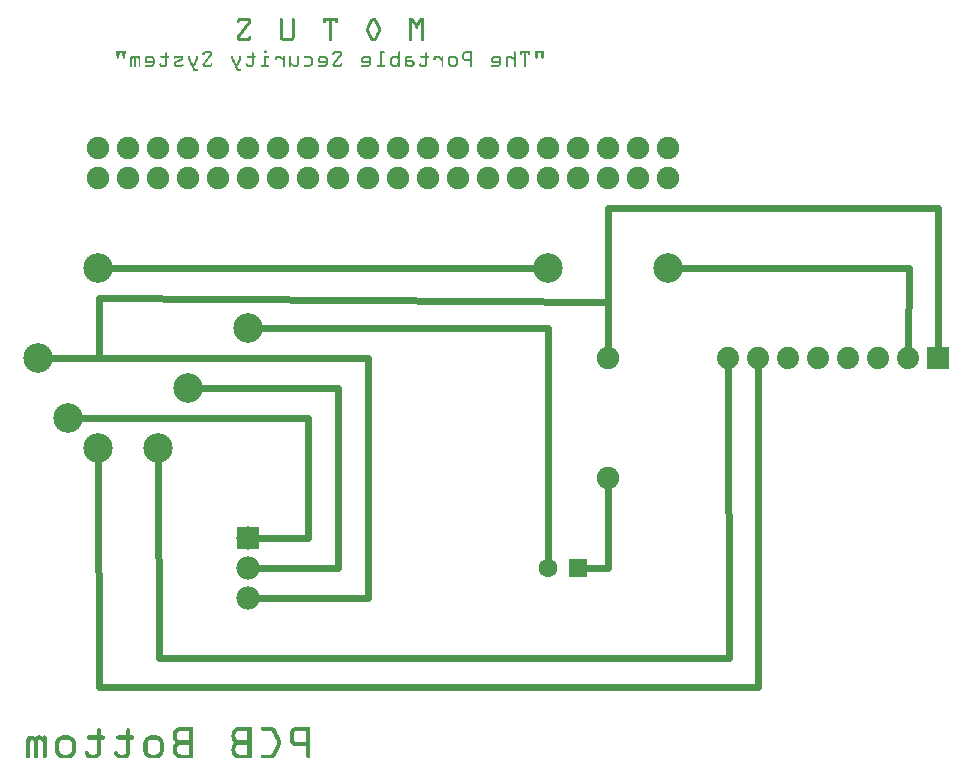
<source format=gbl>
G04 MADE WITH FRITZING*
G04 WWW.FRITZING.ORG*
G04 DOUBLE SIDED*
G04 HOLES PLATED*
G04 CONTOUR ON CENTER OF CONTOUR VECTOR*
%ASAXBY*%
%FSLAX23Y23*%
%MOIN*%
%OFA0B0*%
%SFA1.0B1.0*%
%ADD10C,0.075000*%
%ADD11C,0.098425*%
%ADD12C,0.062992*%
%ADD13C,0.075361*%
%ADD14C,0.078000*%
%ADD15C,0.074000*%
%ADD16R,0.062992X0.062992*%
%ADD17R,0.078000X0.078000*%
%ADD18R,0.074000X0.074000*%
%ADD19C,0.024000*%
%ADD20R,0.001000X0.001000*%
%LNCOPPER0*%
G90*
G70*
G54D10*
X2023Y1039D03*
X2023Y1439D03*
G54D11*
X123Y1439D03*
X223Y1239D03*
X623Y1339D03*
X323Y1139D03*
X523Y1139D03*
X323Y1739D03*
X1823Y1739D03*
X2223Y1739D03*
X823Y1539D03*
G54D12*
X1922Y739D03*
X1823Y739D03*
X1922Y739D03*
X1823Y739D03*
G54D13*
X324Y2039D03*
X423Y2039D03*
X524Y2039D03*
X623Y2039D03*
X724Y2039D03*
X824Y2039D03*
X923Y2039D03*
X1024Y2039D03*
X1123Y2039D03*
X1224Y2039D03*
X1324Y2039D03*
X1424Y2039D03*
X1524Y2039D03*
X1623Y2039D03*
X1724Y2039D03*
X1824Y2039D03*
X1924Y2039D03*
X2024Y2039D03*
X2123Y2039D03*
X2224Y2039D03*
X2224Y2139D03*
X2123Y2139D03*
X2024Y2139D03*
X1924Y2139D03*
X1824Y2139D03*
X1724Y2139D03*
X1623Y2139D03*
X1524Y2139D03*
X1424Y2139D03*
X1324Y2139D03*
X1224Y2139D03*
X1123Y2139D03*
X1024Y2139D03*
X923Y2139D03*
X824Y2139D03*
X724Y2139D03*
X623Y2139D03*
X524Y2139D03*
X423Y2139D03*
X324Y2139D03*
G54D14*
X823Y839D03*
X823Y739D03*
X823Y639D03*
G54D15*
X3123Y1439D03*
X3023Y1439D03*
X2923Y1439D03*
X2823Y1439D03*
X2723Y1439D03*
X2623Y1439D03*
X2523Y1439D03*
X2423Y1439D03*
G54D16*
X1922Y739D03*
X1922Y739D03*
G54D17*
X823Y839D03*
G54D18*
X3123Y1439D03*
G54D19*
X1222Y1438D02*
X1222Y639D01*
D02*
X1222Y639D02*
X854Y639D01*
D02*
X152Y1439D02*
X1222Y1438D01*
D02*
X1023Y1238D02*
X1023Y838D01*
D02*
X1023Y838D02*
X854Y839D01*
D02*
X252Y1239D02*
X1023Y1238D01*
D02*
X1124Y1340D02*
X1124Y740D01*
D02*
X1124Y740D02*
X854Y739D01*
D02*
X652Y1339D02*
X1124Y1340D01*
D02*
X2022Y1626D02*
X2023Y1468D01*
D02*
X325Y1638D02*
X2022Y1626D01*
D02*
X325Y1438D02*
X325Y1638D01*
D02*
X152Y1439D02*
X325Y1438D01*
D02*
X2022Y738D02*
X1949Y739D01*
D02*
X2023Y1010D02*
X2022Y738D01*
D02*
X1822Y1540D02*
X852Y1539D01*
D02*
X1823Y766D02*
X1822Y1540D01*
D02*
X2022Y1939D02*
X3123Y1939D01*
D02*
X3123Y1939D02*
X3123Y1470D01*
D02*
X2022Y1626D02*
X2022Y1939D01*
D02*
X3025Y1740D02*
X3024Y1470D01*
D02*
X2252Y1739D02*
X3025Y1740D01*
D02*
X1795Y1739D02*
X352Y1739D01*
D02*
X2425Y439D02*
X2424Y1408D01*
D02*
X525Y439D02*
X2425Y439D01*
D02*
X524Y1110D02*
X525Y439D01*
D02*
X2523Y341D02*
X2523Y1408D01*
D02*
X325Y341D02*
X2523Y341D01*
D02*
X324Y1110D02*
X325Y341D01*
G54D20*
X794Y2571D02*
X827Y2571D01*
X932Y2571D02*
X936Y2571D01*
X972Y2571D02*
X976Y2571D01*
X1073Y2571D02*
X1122Y2571D01*
X1238Y2571D02*
X1246Y2571D01*
X1361Y2571D02*
X1374Y2571D01*
X1398Y2571D02*
X1410Y2571D01*
X792Y2570D02*
X829Y2570D01*
X931Y2570D02*
X937Y2570D01*
X970Y2570D02*
X977Y2570D01*
X1073Y2570D02*
X1122Y2570D01*
X1236Y2570D02*
X1248Y2570D01*
X1361Y2570D02*
X1374Y2570D01*
X1397Y2570D02*
X1410Y2570D01*
X791Y2569D02*
X830Y2569D01*
X930Y2569D02*
X938Y2569D01*
X970Y2569D02*
X978Y2569D01*
X1073Y2569D02*
X1122Y2569D01*
X1234Y2569D02*
X1249Y2569D01*
X1361Y2569D02*
X1375Y2569D01*
X1396Y2569D02*
X1410Y2569D01*
X790Y2568D02*
X831Y2568D01*
X930Y2568D02*
X938Y2568D01*
X969Y2568D02*
X978Y2568D01*
X1073Y2568D02*
X1122Y2568D01*
X1233Y2568D02*
X1250Y2568D01*
X1361Y2568D02*
X1376Y2568D01*
X1396Y2568D02*
X1410Y2568D01*
X789Y2567D02*
X832Y2567D01*
X929Y2567D02*
X938Y2567D01*
X969Y2567D02*
X978Y2567D01*
X1073Y2567D02*
X1122Y2567D01*
X1232Y2567D02*
X1251Y2567D01*
X1361Y2567D02*
X1376Y2567D01*
X1395Y2567D02*
X1410Y2567D01*
X788Y2566D02*
X833Y2566D01*
X929Y2566D02*
X939Y2566D01*
X969Y2566D02*
X978Y2566D01*
X1073Y2566D02*
X1122Y2566D01*
X1231Y2566D02*
X1252Y2566D01*
X1361Y2566D02*
X1377Y2566D01*
X1394Y2566D02*
X1410Y2566D01*
X787Y2565D02*
X833Y2565D01*
X929Y2565D02*
X939Y2565D01*
X969Y2565D02*
X978Y2565D01*
X1073Y2565D02*
X1122Y2565D01*
X1231Y2565D02*
X1253Y2565D01*
X1361Y2565D02*
X1378Y2565D01*
X1394Y2565D02*
X1410Y2565D01*
X787Y2564D02*
X834Y2564D01*
X929Y2564D02*
X939Y2564D01*
X969Y2564D02*
X978Y2564D01*
X1073Y2564D02*
X1122Y2564D01*
X1230Y2564D02*
X1253Y2564D01*
X1361Y2564D02*
X1378Y2564D01*
X1393Y2564D02*
X1410Y2564D01*
X786Y2563D02*
X834Y2563D01*
X929Y2563D02*
X939Y2563D01*
X969Y2563D02*
X978Y2563D01*
X1073Y2563D02*
X1122Y2563D01*
X1230Y2563D02*
X1254Y2563D01*
X1361Y2563D02*
X1379Y2563D01*
X1392Y2563D02*
X1410Y2563D01*
X786Y2562D02*
X834Y2562D01*
X929Y2562D02*
X939Y2562D01*
X969Y2562D02*
X978Y2562D01*
X1073Y2562D02*
X1122Y2562D01*
X1229Y2562D02*
X1254Y2562D01*
X1361Y2562D02*
X1380Y2562D01*
X1392Y2562D02*
X1410Y2562D01*
X786Y2561D02*
X796Y2561D01*
X825Y2561D02*
X834Y2561D01*
X929Y2561D02*
X939Y2561D01*
X969Y2561D02*
X978Y2561D01*
X1073Y2561D02*
X1082Y2561D01*
X1093Y2561D02*
X1102Y2561D01*
X1113Y2561D02*
X1122Y2561D01*
X1229Y2561D02*
X1239Y2561D01*
X1244Y2561D02*
X1255Y2561D01*
X1361Y2561D02*
X1381Y2561D01*
X1391Y2561D02*
X1410Y2561D01*
X786Y2560D02*
X795Y2560D01*
X825Y2560D02*
X834Y2560D01*
X929Y2560D02*
X939Y2560D01*
X969Y2560D02*
X978Y2560D01*
X1073Y2560D02*
X1082Y2560D01*
X1093Y2560D02*
X1102Y2560D01*
X1113Y2560D02*
X1122Y2560D01*
X1228Y2560D02*
X1239Y2560D01*
X1245Y2560D02*
X1255Y2560D01*
X1361Y2560D02*
X1381Y2560D01*
X1390Y2560D02*
X1410Y2560D01*
X785Y2559D02*
X795Y2559D01*
X824Y2559D02*
X834Y2559D01*
X929Y2559D02*
X939Y2559D01*
X969Y2559D02*
X978Y2559D01*
X1073Y2559D02*
X1082Y2559D01*
X1093Y2559D02*
X1102Y2559D01*
X1113Y2559D02*
X1122Y2559D01*
X1228Y2559D02*
X1238Y2559D01*
X1245Y2559D02*
X1256Y2559D01*
X1361Y2559D02*
X1382Y2559D01*
X1389Y2559D02*
X1410Y2559D01*
X786Y2558D02*
X794Y2558D01*
X824Y2558D02*
X834Y2558D01*
X929Y2558D02*
X939Y2558D01*
X969Y2558D02*
X978Y2558D01*
X1073Y2558D02*
X1082Y2558D01*
X1093Y2558D02*
X1102Y2558D01*
X1113Y2558D02*
X1122Y2558D01*
X1227Y2558D02*
X1238Y2558D01*
X1246Y2558D02*
X1256Y2558D01*
X1361Y2558D02*
X1383Y2558D01*
X1389Y2558D02*
X1410Y2558D01*
X786Y2557D02*
X794Y2557D01*
X823Y2557D02*
X834Y2557D01*
X929Y2557D02*
X939Y2557D01*
X969Y2557D02*
X978Y2557D01*
X1074Y2557D02*
X1082Y2557D01*
X1093Y2557D02*
X1102Y2557D01*
X1113Y2557D02*
X1122Y2557D01*
X1227Y2557D02*
X1237Y2557D01*
X1246Y2557D02*
X1257Y2557D01*
X1361Y2557D02*
X1370Y2557D01*
X1372Y2557D02*
X1383Y2557D01*
X1388Y2557D02*
X1399Y2557D01*
X1401Y2557D02*
X1410Y2557D01*
X786Y2556D02*
X794Y2556D01*
X822Y2556D02*
X833Y2556D01*
X929Y2556D02*
X939Y2556D01*
X969Y2556D02*
X978Y2556D01*
X1074Y2556D02*
X1082Y2556D01*
X1093Y2556D02*
X1102Y2556D01*
X1114Y2556D02*
X1122Y2556D01*
X1226Y2556D02*
X1237Y2556D01*
X1247Y2556D02*
X1257Y2556D01*
X1361Y2556D02*
X1370Y2556D01*
X1373Y2556D02*
X1384Y2556D01*
X1387Y2556D02*
X1399Y2556D01*
X1401Y2556D02*
X1410Y2556D01*
X787Y2555D02*
X793Y2555D01*
X821Y2555D02*
X833Y2555D01*
X929Y2555D02*
X939Y2555D01*
X969Y2555D02*
X978Y2555D01*
X1075Y2555D02*
X1081Y2555D01*
X1093Y2555D02*
X1102Y2555D01*
X1114Y2555D02*
X1121Y2555D01*
X1226Y2555D02*
X1236Y2555D01*
X1247Y2555D02*
X1258Y2555D01*
X1361Y2555D02*
X1370Y2555D01*
X1373Y2555D02*
X1385Y2555D01*
X1387Y2555D02*
X1398Y2555D01*
X1401Y2555D02*
X1410Y2555D01*
X788Y2554D02*
X792Y2554D01*
X820Y2554D02*
X832Y2554D01*
X929Y2554D02*
X939Y2554D01*
X969Y2554D02*
X978Y2554D01*
X1076Y2554D02*
X1080Y2554D01*
X1093Y2554D02*
X1102Y2554D01*
X1116Y2554D02*
X1120Y2554D01*
X1225Y2554D02*
X1236Y2554D01*
X1248Y2554D02*
X1258Y2554D01*
X1361Y2554D02*
X1370Y2554D01*
X1374Y2554D02*
X1397Y2554D01*
X1401Y2554D02*
X1410Y2554D01*
X820Y2553D02*
X832Y2553D01*
X929Y2553D02*
X939Y2553D01*
X969Y2553D02*
X978Y2553D01*
X1093Y2553D02*
X1102Y2553D01*
X1225Y2553D02*
X1235Y2553D01*
X1248Y2553D02*
X1259Y2553D01*
X1361Y2553D02*
X1370Y2553D01*
X1375Y2553D02*
X1397Y2553D01*
X1401Y2553D02*
X1410Y2553D01*
X819Y2552D02*
X831Y2552D01*
X929Y2552D02*
X939Y2552D01*
X969Y2552D02*
X978Y2552D01*
X1093Y2552D02*
X1102Y2552D01*
X1224Y2552D02*
X1235Y2552D01*
X1249Y2552D02*
X1259Y2552D01*
X1361Y2552D02*
X1370Y2552D01*
X1376Y2552D02*
X1396Y2552D01*
X1401Y2552D02*
X1410Y2552D01*
X818Y2551D02*
X830Y2551D01*
X929Y2551D02*
X939Y2551D01*
X969Y2551D02*
X978Y2551D01*
X1093Y2551D02*
X1102Y2551D01*
X1224Y2551D02*
X1234Y2551D01*
X1249Y2551D02*
X1260Y2551D01*
X1361Y2551D02*
X1370Y2551D01*
X1376Y2551D02*
X1395Y2551D01*
X1401Y2551D02*
X1410Y2551D01*
X817Y2550D02*
X829Y2550D01*
X929Y2550D02*
X939Y2550D01*
X969Y2550D02*
X978Y2550D01*
X1093Y2550D02*
X1102Y2550D01*
X1223Y2550D02*
X1234Y2550D01*
X1250Y2550D02*
X1260Y2550D01*
X1361Y2550D02*
X1370Y2550D01*
X1377Y2550D02*
X1395Y2550D01*
X1401Y2550D02*
X1410Y2550D01*
X816Y2549D02*
X828Y2549D01*
X929Y2549D02*
X939Y2549D01*
X969Y2549D02*
X978Y2549D01*
X1093Y2549D02*
X1102Y2549D01*
X1223Y2549D02*
X1233Y2549D01*
X1251Y2549D02*
X1261Y2549D01*
X1361Y2549D02*
X1370Y2549D01*
X1378Y2549D02*
X1394Y2549D01*
X1401Y2549D02*
X1410Y2549D01*
X816Y2548D02*
X828Y2548D01*
X929Y2548D02*
X939Y2548D01*
X969Y2548D02*
X978Y2548D01*
X1093Y2548D02*
X1102Y2548D01*
X1222Y2548D02*
X1233Y2548D01*
X1251Y2548D02*
X1261Y2548D01*
X1361Y2548D02*
X1370Y2548D01*
X1378Y2548D02*
X1393Y2548D01*
X1401Y2548D02*
X1410Y2548D01*
X815Y2547D02*
X827Y2547D01*
X929Y2547D02*
X939Y2547D01*
X969Y2547D02*
X978Y2547D01*
X1093Y2547D02*
X1102Y2547D01*
X1222Y2547D02*
X1232Y2547D01*
X1252Y2547D02*
X1262Y2547D01*
X1361Y2547D02*
X1370Y2547D01*
X1379Y2547D02*
X1392Y2547D01*
X1401Y2547D02*
X1410Y2547D01*
X814Y2546D02*
X826Y2546D01*
X929Y2546D02*
X939Y2546D01*
X969Y2546D02*
X978Y2546D01*
X1093Y2546D02*
X1102Y2546D01*
X1221Y2546D02*
X1232Y2546D01*
X1252Y2546D02*
X1262Y2546D01*
X1361Y2546D02*
X1370Y2546D01*
X1380Y2546D02*
X1392Y2546D01*
X1401Y2546D02*
X1410Y2546D01*
X813Y2545D02*
X825Y2545D01*
X929Y2545D02*
X939Y2545D01*
X969Y2545D02*
X978Y2545D01*
X1093Y2545D02*
X1102Y2545D01*
X1221Y2545D02*
X1231Y2545D01*
X1253Y2545D02*
X1263Y2545D01*
X1361Y2545D02*
X1370Y2545D01*
X1380Y2545D02*
X1391Y2545D01*
X1401Y2545D02*
X1410Y2545D01*
X813Y2544D02*
X825Y2544D01*
X929Y2544D02*
X939Y2544D01*
X969Y2544D02*
X978Y2544D01*
X1093Y2544D02*
X1102Y2544D01*
X1220Y2544D02*
X1231Y2544D01*
X1253Y2544D02*
X1263Y2544D01*
X1361Y2544D02*
X1370Y2544D01*
X1381Y2544D02*
X1390Y2544D01*
X1401Y2544D02*
X1410Y2544D01*
X812Y2543D02*
X824Y2543D01*
X929Y2543D02*
X939Y2543D01*
X969Y2543D02*
X978Y2543D01*
X1093Y2543D02*
X1102Y2543D01*
X1220Y2543D02*
X1230Y2543D01*
X1254Y2543D02*
X1264Y2543D01*
X1361Y2543D02*
X1370Y2543D01*
X1381Y2543D02*
X1390Y2543D01*
X1401Y2543D02*
X1410Y2543D01*
X811Y2542D02*
X823Y2542D01*
X929Y2542D02*
X939Y2542D01*
X969Y2542D02*
X978Y2542D01*
X1093Y2542D02*
X1102Y2542D01*
X1219Y2542D02*
X1230Y2542D01*
X1254Y2542D02*
X1264Y2542D01*
X1361Y2542D02*
X1370Y2542D01*
X1381Y2542D02*
X1390Y2542D01*
X1401Y2542D02*
X1410Y2542D01*
X810Y2541D02*
X822Y2541D01*
X929Y2541D02*
X939Y2541D01*
X969Y2541D02*
X978Y2541D01*
X1093Y2541D02*
X1102Y2541D01*
X1219Y2541D02*
X1229Y2541D01*
X1255Y2541D02*
X1265Y2541D01*
X1361Y2541D02*
X1370Y2541D01*
X1381Y2541D02*
X1390Y2541D01*
X1401Y2541D02*
X1410Y2541D01*
X809Y2540D02*
X821Y2540D01*
X929Y2540D02*
X939Y2540D01*
X969Y2540D02*
X978Y2540D01*
X1093Y2540D02*
X1102Y2540D01*
X1219Y2540D02*
X1228Y2540D01*
X1255Y2540D02*
X1265Y2540D01*
X1361Y2540D02*
X1370Y2540D01*
X1381Y2540D02*
X1390Y2540D01*
X1401Y2540D02*
X1410Y2540D01*
X809Y2539D02*
X821Y2539D01*
X929Y2539D02*
X939Y2539D01*
X969Y2539D02*
X978Y2539D01*
X1093Y2539D02*
X1102Y2539D01*
X1218Y2539D02*
X1228Y2539D01*
X1256Y2539D02*
X1265Y2539D01*
X1361Y2539D02*
X1370Y2539D01*
X1382Y2539D02*
X1390Y2539D01*
X1401Y2539D02*
X1410Y2539D01*
X808Y2538D02*
X820Y2538D01*
X929Y2538D02*
X939Y2538D01*
X969Y2538D02*
X978Y2538D01*
X1093Y2538D02*
X1102Y2538D01*
X1218Y2538D02*
X1228Y2538D01*
X1256Y2538D02*
X1266Y2538D01*
X1361Y2538D02*
X1370Y2538D01*
X1383Y2538D02*
X1389Y2538D01*
X1401Y2538D02*
X1410Y2538D01*
X807Y2537D02*
X819Y2537D01*
X929Y2537D02*
X939Y2537D01*
X969Y2537D02*
X978Y2537D01*
X1093Y2537D02*
X1102Y2537D01*
X1218Y2537D02*
X1227Y2537D01*
X1256Y2537D02*
X1266Y2537D01*
X1361Y2537D02*
X1370Y2537D01*
X1384Y2537D02*
X1388Y2537D01*
X1401Y2537D02*
X1410Y2537D01*
X806Y2536D02*
X818Y2536D01*
X929Y2536D02*
X939Y2536D01*
X969Y2536D02*
X978Y2536D01*
X1093Y2536D02*
X1102Y2536D01*
X1218Y2536D02*
X1227Y2536D01*
X1257Y2536D02*
X1266Y2536D01*
X1361Y2536D02*
X1370Y2536D01*
X1401Y2536D02*
X1410Y2536D01*
X806Y2535D02*
X818Y2535D01*
X929Y2535D02*
X939Y2535D01*
X969Y2535D02*
X978Y2535D01*
X1093Y2535D02*
X1102Y2535D01*
X1217Y2535D02*
X1227Y2535D01*
X1257Y2535D02*
X1266Y2535D01*
X1361Y2535D02*
X1370Y2535D01*
X1401Y2535D02*
X1410Y2535D01*
X805Y2534D02*
X817Y2534D01*
X929Y2534D02*
X939Y2534D01*
X969Y2534D02*
X978Y2534D01*
X1093Y2534D02*
X1102Y2534D01*
X1217Y2534D02*
X1227Y2534D01*
X1257Y2534D02*
X1266Y2534D01*
X1361Y2534D02*
X1370Y2534D01*
X1401Y2534D02*
X1410Y2534D01*
X804Y2533D02*
X816Y2533D01*
X929Y2533D02*
X939Y2533D01*
X969Y2533D02*
X978Y2533D01*
X1093Y2533D02*
X1102Y2533D01*
X1217Y2533D02*
X1226Y2533D01*
X1257Y2533D02*
X1266Y2533D01*
X1361Y2533D02*
X1370Y2533D01*
X1401Y2533D02*
X1410Y2533D01*
X803Y2532D02*
X815Y2532D01*
X929Y2532D02*
X939Y2532D01*
X969Y2532D02*
X978Y2532D01*
X1093Y2532D02*
X1102Y2532D01*
X1217Y2532D02*
X1227Y2532D01*
X1257Y2532D02*
X1266Y2532D01*
X1361Y2532D02*
X1370Y2532D01*
X1401Y2532D02*
X1410Y2532D01*
X802Y2531D02*
X814Y2531D01*
X929Y2531D02*
X939Y2531D01*
X969Y2531D02*
X978Y2531D01*
X1093Y2531D02*
X1102Y2531D01*
X1217Y2531D02*
X1227Y2531D01*
X1257Y2531D02*
X1266Y2531D01*
X1361Y2531D02*
X1370Y2531D01*
X1401Y2531D02*
X1410Y2531D01*
X802Y2530D02*
X814Y2530D01*
X929Y2530D02*
X939Y2530D01*
X969Y2530D02*
X978Y2530D01*
X1093Y2530D02*
X1102Y2530D01*
X1218Y2530D02*
X1227Y2530D01*
X1257Y2530D02*
X1266Y2530D01*
X1361Y2530D02*
X1370Y2530D01*
X1401Y2530D02*
X1410Y2530D01*
X801Y2529D02*
X813Y2529D01*
X929Y2529D02*
X939Y2529D01*
X969Y2529D02*
X978Y2529D01*
X1093Y2529D02*
X1102Y2529D01*
X1218Y2529D02*
X1227Y2529D01*
X1256Y2529D02*
X1266Y2529D01*
X1361Y2529D02*
X1370Y2529D01*
X1401Y2529D02*
X1410Y2529D01*
X800Y2528D02*
X812Y2528D01*
X929Y2528D02*
X939Y2528D01*
X969Y2528D02*
X978Y2528D01*
X1093Y2528D02*
X1102Y2528D01*
X1218Y2528D02*
X1228Y2528D01*
X1256Y2528D02*
X1266Y2528D01*
X1361Y2528D02*
X1370Y2528D01*
X1401Y2528D02*
X1410Y2528D01*
X799Y2527D02*
X811Y2527D01*
X929Y2527D02*
X939Y2527D01*
X969Y2527D02*
X978Y2527D01*
X1093Y2527D02*
X1102Y2527D01*
X1218Y2527D02*
X1228Y2527D01*
X1256Y2527D02*
X1265Y2527D01*
X1361Y2527D02*
X1370Y2527D01*
X1401Y2527D02*
X1410Y2527D01*
X799Y2526D02*
X811Y2526D01*
X929Y2526D02*
X939Y2526D01*
X969Y2526D02*
X978Y2526D01*
X1093Y2526D02*
X1102Y2526D01*
X1218Y2526D02*
X1228Y2526D01*
X1255Y2526D02*
X1265Y2526D01*
X1361Y2526D02*
X1370Y2526D01*
X1401Y2526D02*
X1410Y2526D01*
X798Y2525D02*
X810Y2525D01*
X929Y2525D02*
X939Y2525D01*
X969Y2525D02*
X978Y2525D01*
X1093Y2525D02*
X1102Y2525D01*
X1219Y2525D02*
X1229Y2525D01*
X1255Y2525D02*
X1265Y2525D01*
X1361Y2525D02*
X1370Y2525D01*
X1401Y2525D02*
X1410Y2525D01*
X797Y2524D02*
X809Y2524D01*
X929Y2524D02*
X939Y2524D01*
X969Y2524D02*
X978Y2524D01*
X1093Y2524D02*
X1102Y2524D01*
X1219Y2524D02*
X1229Y2524D01*
X1254Y2524D02*
X1264Y2524D01*
X1361Y2524D02*
X1370Y2524D01*
X1401Y2524D02*
X1410Y2524D01*
X796Y2523D02*
X808Y2523D01*
X929Y2523D02*
X939Y2523D01*
X969Y2523D02*
X978Y2523D01*
X1093Y2523D02*
X1102Y2523D01*
X1220Y2523D02*
X1230Y2523D01*
X1254Y2523D02*
X1264Y2523D01*
X1361Y2523D02*
X1370Y2523D01*
X1401Y2523D02*
X1410Y2523D01*
X795Y2522D02*
X807Y2522D01*
X929Y2522D02*
X939Y2522D01*
X969Y2522D02*
X978Y2522D01*
X1093Y2522D02*
X1102Y2522D01*
X1220Y2522D02*
X1230Y2522D01*
X1253Y2522D02*
X1263Y2522D01*
X1361Y2522D02*
X1370Y2522D01*
X1401Y2522D02*
X1410Y2522D01*
X795Y2521D02*
X807Y2521D01*
X929Y2521D02*
X939Y2521D01*
X969Y2521D02*
X978Y2521D01*
X1093Y2521D02*
X1102Y2521D01*
X1221Y2521D02*
X1231Y2521D01*
X1253Y2521D02*
X1263Y2521D01*
X1361Y2521D02*
X1370Y2521D01*
X1401Y2521D02*
X1410Y2521D01*
X794Y2520D02*
X806Y2520D01*
X929Y2520D02*
X939Y2520D01*
X969Y2520D02*
X978Y2520D01*
X1093Y2520D02*
X1102Y2520D01*
X1221Y2520D02*
X1231Y2520D01*
X1252Y2520D02*
X1262Y2520D01*
X1361Y2520D02*
X1370Y2520D01*
X1401Y2520D02*
X1410Y2520D01*
X793Y2519D02*
X805Y2519D01*
X929Y2519D02*
X939Y2519D01*
X969Y2519D02*
X978Y2519D01*
X1093Y2519D02*
X1102Y2519D01*
X1222Y2519D02*
X1232Y2519D01*
X1252Y2519D02*
X1262Y2519D01*
X1361Y2519D02*
X1370Y2519D01*
X1401Y2519D02*
X1410Y2519D01*
X792Y2518D02*
X804Y2518D01*
X929Y2518D02*
X939Y2518D01*
X969Y2518D02*
X978Y2518D01*
X1093Y2518D02*
X1102Y2518D01*
X1222Y2518D02*
X1232Y2518D01*
X1251Y2518D02*
X1261Y2518D01*
X1361Y2518D02*
X1370Y2518D01*
X1401Y2518D02*
X1410Y2518D01*
X792Y2517D02*
X804Y2517D01*
X929Y2517D02*
X939Y2517D01*
X969Y2517D02*
X978Y2517D01*
X1093Y2517D02*
X1102Y2517D01*
X1223Y2517D02*
X1233Y2517D01*
X1251Y2517D02*
X1261Y2517D01*
X1361Y2517D02*
X1370Y2517D01*
X1401Y2517D02*
X1410Y2517D01*
X791Y2516D02*
X803Y2516D01*
X929Y2516D02*
X939Y2516D01*
X969Y2516D02*
X978Y2516D01*
X1093Y2516D02*
X1102Y2516D01*
X1223Y2516D02*
X1233Y2516D01*
X1250Y2516D02*
X1260Y2516D01*
X1361Y2516D02*
X1370Y2516D01*
X1401Y2516D02*
X1410Y2516D01*
X790Y2515D02*
X802Y2515D01*
X929Y2515D02*
X939Y2515D01*
X969Y2515D02*
X978Y2515D01*
X1093Y2515D02*
X1102Y2515D01*
X1224Y2515D02*
X1234Y2515D01*
X1250Y2515D02*
X1260Y2515D01*
X1361Y2515D02*
X1370Y2515D01*
X1401Y2515D02*
X1410Y2515D01*
X789Y2514D02*
X801Y2514D01*
X929Y2514D02*
X939Y2514D01*
X969Y2514D02*
X978Y2514D01*
X1093Y2514D02*
X1102Y2514D01*
X1224Y2514D02*
X1234Y2514D01*
X1249Y2514D02*
X1259Y2514D01*
X1361Y2514D02*
X1370Y2514D01*
X1401Y2514D02*
X1410Y2514D01*
X788Y2513D02*
X801Y2513D01*
X929Y2513D02*
X939Y2513D01*
X969Y2513D02*
X978Y2513D01*
X1093Y2513D02*
X1102Y2513D01*
X1225Y2513D02*
X1235Y2513D01*
X1249Y2513D02*
X1259Y2513D01*
X1361Y2513D02*
X1370Y2513D01*
X1401Y2513D02*
X1410Y2513D01*
X788Y2512D02*
X800Y2512D01*
X828Y2512D02*
X831Y2512D01*
X929Y2512D02*
X939Y2512D01*
X969Y2512D02*
X978Y2512D01*
X1093Y2512D02*
X1102Y2512D01*
X1225Y2512D02*
X1235Y2512D01*
X1248Y2512D02*
X1258Y2512D01*
X1361Y2512D02*
X1370Y2512D01*
X1401Y2512D02*
X1410Y2512D01*
X787Y2511D02*
X799Y2511D01*
X827Y2511D02*
X833Y2511D01*
X929Y2511D02*
X939Y2511D01*
X969Y2511D02*
X978Y2511D01*
X1093Y2511D02*
X1102Y2511D01*
X1226Y2511D02*
X1236Y2511D01*
X1248Y2511D02*
X1258Y2511D01*
X1361Y2511D02*
X1370Y2511D01*
X1401Y2511D02*
X1410Y2511D01*
X786Y2510D02*
X798Y2510D01*
X826Y2510D02*
X833Y2510D01*
X929Y2510D02*
X939Y2510D01*
X969Y2510D02*
X978Y2510D01*
X1093Y2510D02*
X1102Y2510D01*
X1226Y2510D02*
X1236Y2510D01*
X1247Y2510D02*
X1257Y2510D01*
X1361Y2510D02*
X1370Y2510D01*
X1401Y2510D02*
X1410Y2510D01*
X786Y2509D02*
X797Y2509D01*
X825Y2509D02*
X834Y2509D01*
X929Y2509D02*
X939Y2509D01*
X969Y2509D02*
X978Y2509D01*
X1093Y2509D02*
X1102Y2509D01*
X1227Y2509D02*
X1237Y2509D01*
X1247Y2509D02*
X1257Y2509D01*
X1361Y2509D02*
X1370Y2509D01*
X1401Y2509D02*
X1410Y2509D01*
X786Y2508D02*
X797Y2508D01*
X825Y2508D02*
X834Y2508D01*
X929Y2508D02*
X939Y2508D01*
X969Y2508D02*
X978Y2508D01*
X1093Y2508D02*
X1102Y2508D01*
X1227Y2508D02*
X1237Y2508D01*
X1246Y2508D02*
X1256Y2508D01*
X1361Y2508D02*
X1370Y2508D01*
X1401Y2508D02*
X1410Y2508D01*
X786Y2507D02*
X796Y2507D01*
X825Y2507D02*
X834Y2507D01*
X930Y2507D02*
X939Y2507D01*
X969Y2507D02*
X978Y2507D01*
X1093Y2507D02*
X1102Y2507D01*
X1228Y2507D02*
X1238Y2507D01*
X1246Y2507D02*
X1256Y2507D01*
X1361Y2507D02*
X1370Y2507D01*
X1401Y2507D02*
X1410Y2507D01*
X785Y2506D02*
X795Y2506D01*
X825Y2506D02*
X834Y2506D01*
X930Y2506D02*
X940Y2506D01*
X968Y2506D02*
X978Y2506D01*
X1093Y2506D02*
X1102Y2506D01*
X1228Y2506D02*
X1238Y2506D01*
X1245Y2506D02*
X1255Y2506D01*
X1361Y2506D02*
X1370Y2506D01*
X1401Y2506D02*
X1410Y2506D01*
X785Y2505D02*
X795Y2505D01*
X824Y2505D02*
X834Y2505D01*
X930Y2505D02*
X941Y2505D01*
X967Y2505D02*
X978Y2505D01*
X1093Y2505D02*
X1102Y2505D01*
X1229Y2505D02*
X1239Y2505D01*
X1244Y2505D02*
X1255Y2505D01*
X1361Y2505D02*
X1370Y2505D01*
X1401Y2505D02*
X1410Y2505D01*
X786Y2504D02*
X796Y2504D01*
X822Y2504D02*
X834Y2504D01*
X930Y2504D02*
X944Y2504D01*
X964Y2504D02*
X977Y2504D01*
X1093Y2504D02*
X1102Y2504D01*
X1229Y2504D02*
X1254Y2504D01*
X1361Y2504D02*
X1370Y2504D01*
X1401Y2504D02*
X1410Y2504D01*
X786Y2503D02*
X833Y2503D01*
X931Y2503D02*
X977Y2503D01*
X1093Y2503D02*
X1102Y2503D01*
X1230Y2503D02*
X1254Y2503D01*
X1361Y2503D02*
X1370Y2503D01*
X1401Y2503D02*
X1410Y2503D01*
X786Y2502D02*
X833Y2502D01*
X931Y2502D02*
X976Y2502D01*
X1093Y2502D02*
X1102Y2502D01*
X1230Y2502D02*
X1253Y2502D01*
X1361Y2502D02*
X1370Y2502D01*
X1401Y2502D02*
X1410Y2502D01*
X786Y2501D02*
X833Y2501D01*
X932Y2501D02*
X976Y2501D01*
X1093Y2501D02*
X1102Y2501D01*
X1231Y2501D02*
X1253Y2501D01*
X1361Y2501D02*
X1370Y2501D01*
X1401Y2501D02*
X1410Y2501D01*
X787Y2500D02*
X832Y2500D01*
X932Y2500D02*
X975Y2500D01*
X1093Y2500D02*
X1102Y2500D01*
X1231Y2500D02*
X1252Y2500D01*
X1361Y2500D02*
X1370Y2500D01*
X1401Y2500D02*
X1410Y2500D01*
X787Y2499D02*
X831Y2499D01*
X933Y2499D02*
X974Y2499D01*
X1093Y2499D02*
X1102Y2499D01*
X1232Y2499D02*
X1252Y2499D01*
X1361Y2499D02*
X1370Y2499D01*
X1401Y2499D02*
X1410Y2499D01*
X788Y2498D02*
X830Y2498D01*
X934Y2498D02*
X973Y2498D01*
X1093Y2498D02*
X1102Y2498D01*
X1233Y2498D02*
X1251Y2498D01*
X1361Y2498D02*
X1370Y2498D01*
X1401Y2498D02*
X1410Y2498D01*
X789Y2497D02*
X829Y2497D01*
X936Y2497D02*
X972Y2497D01*
X1094Y2497D02*
X1102Y2497D01*
X1234Y2497D02*
X1250Y2497D01*
X1362Y2497D02*
X1370Y2497D01*
X1401Y2497D02*
X1410Y2497D01*
X790Y2496D02*
X828Y2496D01*
X937Y2496D02*
X971Y2496D01*
X1094Y2496D02*
X1101Y2496D01*
X1235Y2496D02*
X1248Y2496D01*
X1362Y2496D02*
X1369Y2496D01*
X1402Y2496D02*
X1409Y2496D01*
X792Y2495D02*
X826Y2495D01*
X939Y2495D02*
X969Y2495D01*
X1095Y2495D02*
X1100Y2495D01*
X1237Y2495D02*
X1247Y2495D01*
X1363Y2495D02*
X1368Y2495D01*
X1403Y2495D02*
X1408Y2495D01*
X796Y2494D02*
X822Y2494D01*
X943Y2494D02*
X964Y2494D01*
X1098Y2494D02*
X1098Y2494D01*
X1241Y2494D02*
X1243Y2494D01*
X1366Y2494D02*
X1366Y2494D01*
X1406Y2494D02*
X1406Y2494D01*
X881Y2463D02*
X884Y2463D01*
X879Y2462D02*
X886Y2462D01*
X878Y2461D02*
X887Y2461D01*
X383Y2460D02*
X415Y2460D01*
X679Y2460D02*
X699Y2460D01*
X878Y2460D02*
X887Y2460D01*
X1112Y2460D02*
X1132Y2460D01*
X1265Y2460D02*
X1276Y2460D01*
X1326Y2460D02*
X1328Y2460D01*
X1546Y2460D02*
X1570Y2460D01*
X1711Y2460D02*
X1713Y2460D01*
X1731Y2460D02*
X1763Y2460D01*
X1779Y2460D02*
X1811Y2460D01*
X383Y2459D02*
X416Y2459D01*
X677Y2459D02*
X701Y2459D01*
X878Y2459D02*
X887Y2459D01*
X1110Y2459D02*
X1134Y2459D01*
X1264Y2459D02*
X1278Y2459D01*
X1325Y2459D02*
X1329Y2459D01*
X1544Y2459D02*
X1571Y2459D01*
X1710Y2459D02*
X1714Y2459D01*
X1731Y2459D02*
X1763Y2459D01*
X1779Y2459D02*
X1811Y2459D01*
X383Y2458D02*
X416Y2458D01*
X675Y2458D02*
X702Y2458D01*
X878Y2458D02*
X887Y2458D01*
X1108Y2458D02*
X1135Y2458D01*
X1263Y2458D02*
X1278Y2458D01*
X1324Y2458D02*
X1330Y2458D01*
X1542Y2458D02*
X1571Y2458D01*
X1709Y2458D02*
X1715Y2458D01*
X1731Y2458D02*
X1763Y2458D01*
X1779Y2458D02*
X1811Y2458D01*
X383Y2457D02*
X416Y2457D01*
X549Y2457D02*
X552Y2457D01*
X674Y2457D02*
X703Y2457D01*
X838Y2457D02*
X840Y2457D01*
X878Y2457D02*
X887Y2457D01*
X1107Y2457D02*
X1136Y2457D01*
X1263Y2457D02*
X1279Y2457D01*
X1324Y2457D02*
X1330Y2457D01*
X1416Y2457D02*
X1418Y2457D01*
X1541Y2457D02*
X1571Y2457D01*
X1709Y2457D02*
X1715Y2457D01*
X1731Y2457D02*
X1763Y2457D01*
X1779Y2457D02*
X1811Y2457D01*
X383Y2456D02*
X416Y2456D01*
X548Y2456D02*
X553Y2456D01*
X673Y2456D02*
X704Y2456D01*
X837Y2456D02*
X841Y2456D01*
X878Y2456D02*
X887Y2456D01*
X1107Y2456D02*
X1137Y2456D01*
X1263Y2456D02*
X1278Y2456D01*
X1324Y2456D02*
X1330Y2456D01*
X1415Y2456D02*
X1419Y2456D01*
X1540Y2456D02*
X1571Y2456D01*
X1709Y2456D02*
X1715Y2456D01*
X1731Y2456D02*
X1763Y2456D01*
X1779Y2456D02*
X1811Y2456D01*
X383Y2455D02*
X415Y2455D01*
X548Y2455D02*
X553Y2455D01*
X673Y2455D02*
X704Y2455D01*
X837Y2455D02*
X842Y2455D01*
X879Y2455D02*
X886Y2455D01*
X1106Y2455D02*
X1137Y2455D01*
X1263Y2455D02*
X1278Y2455D01*
X1324Y2455D02*
X1330Y2455D01*
X1414Y2455D02*
X1419Y2455D01*
X1540Y2455D02*
X1571Y2455D01*
X1709Y2455D02*
X1715Y2455D01*
X1731Y2455D02*
X1763Y2455D01*
X1779Y2455D02*
X1811Y2455D01*
X384Y2454D02*
X415Y2454D01*
X548Y2454D02*
X553Y2454D01*
X673Y2454D02*
X704Y2454D01*
X836Y2454D02*
X842Y2454D01*
X880Y2454D02*
X885Y2454D01*
X1106Y2454D02*
X1137Y2454D01*
X1263Y2454D02*
X1277Y2454D01*
X1324Y2454D02*
X1330Y2454D01*
X1414Y2454D02*
X1420Y2454D01*
X1539Y2454D02*
X1571Y2454D01*
X1709Y2454D02*
X1715Y2454D01*
X1731Y2454D02*
X1763Y2454D01*
X1779Y2454D02*
X1811Y2454D01*
X384Y2453D02*
X395Y2453D01*
X404Y2453D02*
X415Y2453D01*
X548Y2453D02*
X553Y2453D01*
X672Y2453D02*
X679Y2453D01*
X698Y2453D02*
X704Y2453D01*
X836Y2453D02*
X842Y2453D01*
X1105Y2453D02*
X1112Y2453D01*
X1132Y2453D02*
X1137Y2453D01*
X1263Y2453D02*
X1269Y2453D01*
X1324Y2453D02*
X1330Y2453D01*
X1414Y2453D02*
X1420Y2453D01*
X1539Y2453D02*
X1546Y2453D01*
X1565Y2453D02*
X1571Y2453D01*
X1709Y2453D02*
X1715Y2453D01*
X1731Y2453D02*
X1737Y2453D01*
X1744Y2453D02*
X1750Y2453D01*
X1757Y2453D02*
X1763Y2453D01*
X1779Y2453D02*
X1791Y2453D01*
X1800Y2453D02*
X1811Y2453D01*
X384Y2452D02*
X395Y2452D01*
X404Y2452D02*
X415Y2452D01*
X548Y2452D02*
X553Y2452D01*
X672Y2452D02*
X678Y2452D01*
X698Y2452D02*
X704Y2452D01*
X836Y2452D02*
X842Y2452D01*
X1105Y2452D02*
X1111Y2452D01*
X1131Y2452D02*
X1137Y2452D01*
X1263Y2452D02*
X1269Y2452D01*
X1324Y2452D02*
X1330Y2452D01*
X1414Y2452D02*
X1420Y2452D01*
X1538Y2452D02*
X1545Y2452D01*
X1565Y2452D02*
X1571Y2452D01*
X1709Y2452D02*
X1715Y2452D01*
X1731Y2452D02*
X1737Y2452D01*
X1744Y2452D02*
X1750Y2452D01*
X1757Y2452D02*
X1763Y2452D01*
X1780Y2452D02*
X1791Y2452D01*
X1800Y2452D02*
X1810Y2452D01*
X384Y2451D02*
X395Y2451D01*
X404Y2451D02*
X415Y2451D01*
X548Y2451D02*
X553Y2451D01*
X672Y2451D02*
X678Y2451D01*
X698Y2451D02*
X704Y2451D01*
X836Y2451D02*
X842Y2451D01*
X1105Y2451D02*
X1111Y2451D01*
X1131Y2451D02*
X1137Y2451D01*
X1263Y2451D02*
X1269Y2451D01*
X1324Y2451D02*
X1330Y2451D01*
X1414Y2451D02*
X1420Y2451D01*
X1538Y2451D02*
X1544Y2451D01*
X1565Y2451D02*
X1571Y2451D01*
X1709Y2451D02*
X1715Y2451D01*
X1731Y2451D02*
X1736Y2451D01*
X1744Y2451D02*
X1750Y2451D01*
X1757Y2451D02*
X1763Y2451D01*
X1780Y2451D02*
X1790Y2451D01*
X1800Y2451D02*
X1810Y2451D01*
X385Y2450D02*
X395Y2450D01*
X405Y2450D02*
X414Y2450D01*
X548Y2450D02*
X553Y2450D01*
X672Y2450D02*
X678Y2450D01*
X697Y2450D02*
X704Y2450D01*
X836Y2450D02*
X842Y2450D01*
X1105Y2450D02*
X1111Y2450D01*
X1130Y2450D02*
X1137Y2450D01*
X1263Y2450D02*
X1269Y2450D01*
X1324Y2450D02*
X1330Y2450D01*
X1414Y2450D02*
X1420Y2450D01*
X1538Y2450D02*
X1544Y2450D01*
X1565Y2450D02*
X1571Y2450D01*
X1709Y2450D02*
X1715Y2450D01*
X1731Y2450D02*
X1736Y2450D01*
X1744Y2450D02*
X1750Y2450D01*
X1758Y2450D02*
X1763Y2450D01*
X1780Y2450D02*
X1790Y2450D01*
X1800Y2450D02*
X1810Y2450D01*
X385Y2449D02*
X394Y2449D01*
X405Y2449D02*
X414Y2449D01*
X548Y2449D02*
X553Y2449D01*
X673Y2449D02*
X677Y2449D01*
X696Y2449D02*
X703Y2449D01*
X836Y2449D02*
X842Y2449D01*
X1106Y2449D02*
X1110Y2449D01*
X1129Y2449D02*
X1136Y2449D01*
X1263Y2449D02*
X1269Y2449D01*
X1324Y2449D02*
X1330Y2449D01*
X1414Y2449D02*
X1420Y2449D01*
X1538Y2449D02*
X1544Y2449D01*
X1565Y2449D02*
X1571Y2449D01*
X1709Y2449D02*
X1715Y2449D01*
X1732Y2449D02*
X1736Y2449D01*
X1744Y2449D02*
X1750Y2449D01*
X1758Y2449D02*
X1762Y2449D01*
X1780Y2449D02*
X1790Y2449D01*
X1800Y2449D02*
X1810Y2449D01*
X385Y2448D02*
X394Y2448D01*
X405Y2448D02*
X414Y2448D01*
X548Y2448D02*
X553Y2448D01*
X675Y2448D02*
X675Y2448D01*
X695Y2448D02*
X703Y2448D01*
X836Y2448D02*
X842Y2448D01*
X1108Y2448D02*
X1108Y2448D01*
X1128Y2448D02*
X1136Y2448D01*
X1263Y2448D02*
X1269Y2448D01*
X1324Y2448D02*
X1330Y2448D01*
X1414Y2448D02*
X1420Y2448D01*
X1538Y2448D02*
X1544Y2448D01*
X1565Y2448D02*
X1571Y2448D01*
X1709Y2448D02*
X1715Y2448D01*
X1733Y2448D02*
X1734Y2448D01*
X1744Y2448D02*
X1750Y2448D01*
X1760Y2448D02*
X1761Y2448D01*
X1781Y2448D02*
X1790Y2448D01*
X1801Y2448D02*
X1810Y2448D01*
X385Y2447D02*
X394Y2447D01*
X405Y2447D02*
X414Y2447D01*
X548Y2447D02*
X553Y2447D01*
X694Y2447D02*
X702Y2447D01*
X836Y2447D02*
X842Y2447D01*
X1128Y2447D02*
X1135Y2447D01*
X1263Y2447D02*
X1269Y2447D01*
X1324Y2447D02*
X1330Y2447D01*
X1414Y2447D02*
X1420Y2447D01*
X1538Y2447D02*
X1544Y2447D01*
X1565Y2447D02*
X1571Y2447D01*
X1709Y2447D02*
X1715Y2447D01*
X1744Y2447D02*
X1750Y2447D01*
X1781Y2447D02*
X1790Y2447D01*
X1801Y2447D02*
X1809Y2447D01*
X385Y2446D02*
X394Y2446D01*
X405Y2446D02*
X414Y2446D01*
X452Y2446D02*
X453Y2446D01*
X461Y2446D02*
X462Y2446D01*
X491Y2446D02*
X501Y2446D01*
X534Y2446D02*
X557Y2446D01*
X584Y2446D02*
X600Y2446D01*
X627Y2446D02*
X627Y2446D01*
X653Y2446D02*
X653Y2446D01*
X694Y2446D02*
X701Y2446D01*
X771Y2446D02*
X771Y2446D01*
X798Y2446D02*
X798Y2446D01*
X823Y2446D02*
X846Y2446D01*
X881Y2446D02*
X891Y2446D01*
X922Y2446D02*
X929Y2446D01*
X942Y2446D02*
X942Y2446D01*
X964Y2446D02*
X964Y2446D01*
X990Y2446D02*
X990Y2446D01*
X1012Y2446D02*
X1026Y2446D01*
X1068Y2446D02*
X1078Y2446D01*
X1127Y2446D02*
X1134Y2446D01*
X1212Y2446D02*
X1223Y2446D01*
X1263Y2446D02*
X1269Y2446D01*
X1309Y2446D02*
X1315Y2446D01*
X1324Y2446D02*
X1330Y2446D01*
X1356Y2446D02*
X1369Y2446D01*
X1400Y2446D02*
X1423Y2446D01*
X1451Y2446D02*
X1458Y2446D01*
X1471Y2446D02*
X1472Y2446D01*
X1501Y2446D02*
X1511Y2446D01*
X1538Y2446D02*
X1544Y2446D01*
X1565Y2446D02*
X1571Y2446D01*
X1646Y2446D02*
X1656Y2446D01*
X1692Y2446D02*
X1697Y2446D01*
X1709Y2446D02*
X1715Y2446D01*
X1744Y2446D02*
X1750Y2446D01*
X1781Y2446D02*
X1789Y2446D01*
X1801Y2446D02*
X1809Y2446D01*
X386Y2445D02*
X394Y2445D01*
X406Y2445D02*
X413Y2445D01*
X436Y2445D02*
X442Y2445D01*
X449Y2445D02*
X456Y2445D01*
X460Y2445D02*
X463Y2445D01*
X488Y2445D02*
X504Y2445D01*
X532Y2445D02*
X559Y2445D01*
X581Y2445D02*
X603Y2445D01*
X625Y2445D02*
X629Y2445D01*
X651Y2445D02*
X655Y2445D01*
X693Y2445D02*
X701Y2445D01*
X769Y2445D02*
X773Y2445D01*
X796Y2445D02*
X800Y2445D01*
X821Y2445D02*
X848Y2445D01*
X879Y2445D02*
X893Y2445D01*
X918Y2445D02*
X931Y2445D01*
X940Y2445D02*
X944Y2445D01*
X962Y2445D02*
X966Y2445D01*
X988Y2445D02*
X992Y2445D01*
X1010Y2445D02*
X1030Y2445D01*
X1065Y2445D02*
X1081Y2445D01*
X1126Y2445D02*
X1134Y2445D01*
X1209Y2445D02*
X1226Y2445D01*
X1263Y2445D02*
X1269Y2445D01*
X1306Y2445D02*
X1319Y2445D01*
X1324Y2445D02*
X1330Y2445D01*
X1352Y2445D02*
X1371Y2445D01*
X1398Y2445D02*
X1425Y2445D01*
X1448Y2445D02*
X1460Y2445D01*
X1470Y2445D02*
X1473Y2445D01*
X1498Y2445D02*
X1515Y2445D01*
X1538Y2445D02*
X1544Y2445D01*
X1565Y2445D02*
X1571Y2445D01*
X1642Y2445D02*
X1659Y2445D01*
X1689Y2445D02*
X1701Y2445D01*
X1709Y2445D02*
X1715Y2445D01*
X1744Y2445D02*
X1750Y2445D01*
X1781Y2445D02*
X1789Y2445D01*
X1801Y2445D02*
X1809Y2445D01*
X386Y2444D02*
X393Y2444D01*
X406Y2444D02*
X413Y2444D01*
X435Y2444D02*
X444Y2444D01*
X448Y2444D02*
X464Y2444D01*
X486Y2444D02*
X506Y2444D01*
X531Y2444D02*
X560Y2444D01*
X579Y2444D02*
X604Y2444D01*
X624Y2444D02*
X629Y2444D01*
X651Y2444D02*
X656Y2444D01*
X692Y2444D02*
X700Y2444D01*
X769Y2444D02*
X774Y2444D01*
X795Y2444D02*
X800Y2444D01*
X820Y2444D02*
X848Y2444D01*
X878Y2444D02*
X893Y2444D01*
X917Y2444D02*
X932Y2444D01*
X940Y2444D02*
X945Y2444D01*
X961Y2444D02*
X966Y2444D01*
X988Y2444D02*
X993Y2444D01*
X1009Y2444D02*
X1032Y2444D01*
X1063Y2444D02*
X1083Y2444D01*
X1125Y2444D02*
X1133Y2444D01*
X1208Y2444D02*
X1227Y2444D01*
X1263Y2444D02*
X1269Y2444D01*
X1304Y2444D02*
X1320Y2444D01*
X1324Y2444D02*
X1330Y2444D01*
X1351Y2444D02*
X1371Y2444D01*
X1398Y2444D02*
X1426Y2444D01*
X1446Y2444D02*
X1461Y2444D01*
X1469Y2444D02*
X1474Y2444D01*
X1497Y2444D02*
X1516Y2444D01*
X1538Y2444D02*
X1544Y2444D01*
X1565Y2444D02*
X1571Y2444D01*
X1641Y2444D02*
X1660Y2444D01*
X1687Y2444D02*
X1703Y2444D01*
X1709Y2444D02*
X1715Y2444D01*
X1744Y2444D02*
X1750Y2444D01*
X1781Y2444D02*
X1789Y2444D01*
X1801Y2444D02*
X1809Y2444D01*
X386Y2443D02*
X393Y2443D01*
X406Y2443D02*
X413Y2443D01*
X434Y2443D02*
X464Y2443D01*
X485Y2443D02*
X507Y2443D01*
X531Y2443D02*
X560Y2443D01*
X578Y2443D02*
X605Y2443D01*
X624Y2443D02*
X630Y2443D01*
X651Y2443D02*
X656Y2443D01*
X691Y2443D02*
X699Y2443D01*
X768Y2443D02*
X774Y2443D01*
X795Y2443D02*
X801Y2443D01*
X820Y2443D02*
X849Y2443D01*
X878Y2443D02*
X894Y2443D01*
X916Y2443D02*
X933Y2443D01*
X939Y2443D02*
X945Y2443D01*
X961Y2443D02*
X967Y2443D01*
X987Y2443D02*
X993Y2443D01*
X1009Y2443D02*
X1033Y2443D01*
X1062Y2443D02*
X1084Y2443D01*
X1124Y2443D02*
X1132Y2443D01*
X1207Y2443D02*
X1229Y2443D01*
X1263Y2443D02*
X1269Y2443D01*
X1303Y2443D02*
X1322Y2443D01*
X1324Y2443D02*
X1330Y2443D01*
X1350Y2443D02*
X1371Y2443D01*
X1397Y2443D02*
X1426Y2443D01*
X1445Y2443D02*
X1463Y2443D01*
X1469Y2443D02*
X1474Y2443D01*
X1495Y2443D02*
X1517Y2443D01*
X1538Y2443D02*
X1544Y2443D01*
X1565Y2443D02*
X1571Y2443D01*
X1640Y2443D02*
X1662Y2443D01*
X1686Y2443D02*
X1704Y2443D01*
X1709Y2443D02*
X1715Y2443D01*
X1744Y2443D02*
X1750Y2443D01*
X1782Y2443D02*
X1789Y2443D01*
X1802Y2443D02*
X1809Y2443D01*
X386Y2442D02*
X393Y2442D01*
X406Y2442D02*
X413Y2442D01*
X433Y2442D02*
X464Y2442D01*
X484Y2442D02*
X508Y2442D01*
X531Y2442D02*
X560Y2442D01*
X577Y2442D02*
X606Y2442D01*
X624Y2442D02*
X630Y2442D01*
X650Y2442D02*
X656Y2442D01*
X691Y2442D02*
X698Y2442D01*
X768Y2442D02*
X774Y2442D01*
X795Y2442D02*
X801Y2442D01*
X820Y2442D02*
X849Y2442D01*
X878Y2442D02*
X893Y2442D01*
X915Y2442D02*
X934Y2442D01*
X939Y2442D02*
X945Y2442D01*
X961Y2442D02*
X967Y2442D01*
X987Y2442D02*
X993Y2442D01*
X1009Y2442D02*
X1034Y2442D01*
X1061Y2442D02*
X1085Y2442D01*
X1124Y2442D02*
X1131Y2442D01*
X1205Y2442D02*
X1230Y2442D01*
X1263Y2442D02*
X1269Y2442D01*
X1302Y2442D02*
X1330Y2442D01*
X1349Y2442D02*
X1371Y2442D01*
X1397Y2442D02*
X1426Y2442D01*
X1444Y2442D02*
X1464Y2442D01*
X1469Y2442D02*
X1474Y2442D01*
X1494Y2442D02*
X1518Y2442D01*
X1538Y2442D02*
X1544Y2442D01*
X1565Y2442D02*
X1571Y2442D01*
X1639Y2442D02*
X1663Y2442D01*
X1686Y2442D02*
X1706Y2442D01*
X1709Y2442D02*
X1715Y2442D01*
X1744Y2442D02*
X1750Y2442D01*
X1782Y2442D02*
X1789Y2442D01*
X1802Y2442D02*
X1808Y2442D01*
X386Y2441D02*
X393Y2441D01*
X406Y2441D02*
X413Y2441D01*
X433Y2441D02*
X464Y2441D01*
X483Y2441D02*
X509Y2441D01*
X532Y2441D02*
X559Y2441D01*
X577Y2441D02*
X607Y2441D01*
X624Y2441D02*
X630Y2441D01*
X650Y2441D02*
X656Y2441D01*
X690Y2441D02*
X697Y2441D01*
X768Y2441D02*
X774Y2441D01*
X795Y2441D02*
X801Y2441D01*
X820Y2441D02*
X848Y2441D01*
X878Y2441D02*
X893Y2441D01*
X914Y2441D02*
X936Y2441D01*
X939Y2441D02*
X945Y2441D01*
X961Y2441D02*
X967Y2441D01*
X987Y2441D02*
X993Y2441D01*
X1009Y2441D02*
X1035Y2441D01*
X1060Y2441D02*
X1086Y2441D01*
X1123Y2441D02*
X1131Y2441D01*
X1204Y2441D02*
X1231Y2441D01*
X1263Y2441D02*
X1269Y2441D01*
X1301Y2441D02*
X1330Y2441D01*
X1348Y2441D02*
X1371Y2441D01*
X1398Y2441D02*
X1426Y2441D01*
X1443Y2441D02*
X1465Y2441D01*
X1469Y2441D02*
X1474Y2441D01*
X1493Y2441D02*
X1520Y2441D01*
X1538Y2441D02*
X1544Y2441D01*
X1565Y2441D02*
X1571Y2441D01*
X1637Y2441D02*
X1664Y2441D01*
X1685Y2441D02*
X1707Y2441D01*
X1709Y2441D02*
X1715Y2441D01*
X1744Y2441D02*
X1750Y2441D01*
X1782Y2441D02*
X1788Y2441D01*
X1802Y2441D02*
X1808Y2441D01*
X387Y2440D02*
X393Y2440D01*
X406Y2440D02*
X412Y2440D01*
X432Y2440D02*
X464Y2440D01*
X482Y2440D02*
X510Y2440D01*
X533Y2440D02*
X559Y2440D01*
X577Y2440D02*
X607Y2440D01*
X624Y2440D02*
X630Y2440D01*
X650Y2440D02*
X656Y2440D01*
X689Y2440D02*
X697Y2440D01*
X768Y2440D02*
X774Y2440D01*
X795Y2440D02*
X801Y2440D01*
X821Y2440D02*
X847Y2440D01*
X878Y2440D02*
X892Y2440D01*
X914Y2440D02*
X937Y2440D01*
X939Y2440D02*
X945Y2440D01*
X961Y2440D02*
X967Y2440D01*
X987Y2440D02*
X993Y2440D01*
X1010Y2440D02*
X1036Y2440D01*
X1059Y2440D02*
X1087Y2440D01*
X1122Y2440D02*
X1130Y2440D01*
X1203Y2440D02*
X1232Y2440D01*
X1263Y2440D02*
X1269Y2440D01*
X1300Y2440D02*
X1330Y2440D01*
X1347Y2440D02*
X1370Y2440D01*
X1399Y2440D02*
X1425Y2440D01*
X1443Y2440D02*
X1466Y2440D01*
X1469Y2440D02*
X1474Y2440D01*
X1492Y2440D02*
X1520Y2440D01*
X1538Y2440D02*
X1544Y2440D01*
X1565Y2440D02*
X1571Y2440D01*
X1637Y2440D02*
X1665Y2440D01*
X1684Y2440D02*
X1715Y2440D01*
X1744Y2440D02*
X1750Y2440D01*
X1782Y2440D02*
X1788Y2440D01*
X1802Y2440D02*
X1808Y2440D01*
X387Y2439D02*
X392Y2439D01*
X407Y2439D02*
X412Y2439D01*
X432Y2439D02*
X438Y2439D01*
X441Y2439D02*
X451Y2439D01*
X454Y2439D02*
X464Y2439D01*
X481Y2439D02*
X490Y2439D01*
X502Y2439D02*
X510Y2439D01*
X548Y2439D02*
X553Y2439D01*
X577Y2439D02*
X583Y2439D01*
X601Y2439D02*
X607Y2439D01*
X624Y2439D02*
X630Y2439D01*
X650Y2439D02*
X656Y2439D01*
X688Y2439D02*
X696Y2439D01*
X768Y2439D02*
X774Y2439D01*
X795Y2439D02*
X801Y2439D01*
X836Y2439D02*
X842Y2439D01*
X878Y2439D02*
X884Y2439D01*
X913Y2439D02*
X920Y2439D01*
X929Y2439D02*
X945Y2439D01*
X961Y2439D02*
X967Y2439D01*
X987Y2439D02*
X993Y2439D01*
X1028Y2439D02*
X1037Y2439D01*
X1058Y2439D02*
X1067Y2439D01*
X1079Y2439D02*
X1088Y2439D01*
X1121Y2439D02*
X1129Y2439D01*
X1203Y2439D02*
X1212Y2439D01*
X1224Y2439D02*
X1232Y2439D01*
X1263Y2439D02*
X1269Y2439D01*
X1299Y2439D02*
X1308Y2439D01*
X1317Y2439D02*
X1330Y2439D01*
X1347Y2439D02*
X1354Y2439D01*
X1414Y2439D02*
X1420Y2439D01*
X1443Y2439D02*
X1450Y2439D01*
X1458Y2439D02*
X1474Y2439D01*
X1492Y2439D02*
X1500Y2439D01*
X1512Y2439D02*
X1521Y2439D01*
X1538Y2439D02*
X1544Y2439D01*
X1565Y2439D02*
X1571Y2439D01*
X1636Y2439D02*
X1645Y2439D01*
X1657Y2439D02*
X1665Y2439D01*
X1684Y2439D02*
X1691Y2439D01*
X1699Y2439D02*
X1715Y2439D01*
X1744Y2439D02*
X1750Y2439D01*
X1782Y2439D02*
X1788Y2439D01*
X1802Y2439D02*
X1808Y2439D01*
X387Y2438D02*
X392Y2438D01*
X407Y2438D02*
X412Y2438D01*
X432Y2438D02*
X438Y2438D01*
X442Y2438D02*
X451Y2438D01*
X455Y2438D02*
X464Y2438D01*
X480Y2438D02*
X488Y2438D01*
X503Y2438D02*
X511Y2438D01*
X548Y2438D02*
X553Y2438D01*
X577Y2438D02*
X582Y2438D01*
X601Y2438D02*
X607Y2438D01*
X624Y2438D02*
X630Y2438D01*
X650Y2438D02*
X656Y2438D01*
X687Y2438D02*
X695Y2438D01*
X768Y2438D02*
X774Y2438D01*
X795Y2438D02*
X801Y2438D01*
X836Y2438D02*
X842Y2438D01*
X878Y2438D02*
X884Y2438D01*
X913Y2438D02*
X919Y2438D01*
X930Y2438D02*
X945Y2438D01*
X961Y2438D02*
X967Y2438D01*
X987Y2438D02*
X993Y2438D01*
X1029Y2438D02*
X1038Y2438D01*
X1058Y2438D02*
X1065Y2438D01*
X1081Y2438D02*
X1088Y2438D01*
X1121Y2438D02*
X1128Y2438D01*
X1202Y2438D02*
X1210Y2438D01*
X1225Y2438D02*
X1233Y2438D01*
X1263Y2438D02*
X1269Y2438D01*
X1299Y2438D02*
X1306Y2438D01*
X1318Y2438D02*
X1330Y2438D01*
X1347Y2438D02*
X1353Y2438D01*
X1414Y2438D02*
X1420Y2438D01*
X1442Y2438D02*
X1449Y2438D01*
X1459Y2438D02*
X1474Y2438D01*
X1491Y2438D02*
X1499Y2438D01*
X1514Y2438D02*
X1522Y2438D01*
X1538Y2438D02*
X1544Y2438D01*
X1565Y2438D02*
X1571Y2438D01*
X1635Y2438D02*
X1643Y2438D01*
X1658Y2438D02*
X1666Y2438D01*
X1684Y2438D02*
X1690Y2438D01*
X1700Y2438D02*
X1715Y2438D01*
X1744Y2438D02*
X1750Y2438D01*
X1783Y2438D02*
X1788Y2438D01*
X1803Y2438D02*
X1807Y2438D01*
X388Y2437D02*
X391Y2437D01*
X408Y2437D02*
X411Y2437D01*
X432Y2437D02*
X438Y2437D01*
X443Y2437D02*
X451Y2437D01*
X456Y2437D02*
X464Y2437D01*
X480Y2437D02*
X487Y2437D01*
X504Y2437D02*
X511Y2437D01*
X548Y2437D02*
X553Y2437D01*
X578Y2437D02*
X580Y2437D01*
X602Y2437D02*
X607Y2437D01*
X624Y2437D02*
X630Y2437D01*
X650Y2437D02*
X656Y2437D01*
X687Y2437D02*
X694Y2437D01*
X768Y2437D02*
X774Y2437D01*
X795Y2437D02*
X801Y2437D01*
X836Y2437D02*
X842Y2437D01*
X878Y2437D02*
X884Y2437D01*
X913Y2437D02*
X919Y2437D01*
X931Y2437D02*
X945Y2437D01*
X961Y2437D02*
X967Y2437D01*
X987Y2437D02*
X993Y2437D01*
X1030Y2437D02*
X1039Y2437D01*
X1058Y2437D02*
X1064Y2437D01*
X1082Y2437D02*
X1089Y2437D01*
X1120Y2437D02*
X1127Y2437D01*
X1202Y2437D02*
X1209Y2437D01*
X1226Y2437D02*
X1233Y2437D01*
X1263Y2437D02*
X1269Y2437D01*
X1298Y2437D02*
X1305Y2437D01*
X1319Y2437D02*
X1330Y2437D01*
X1347Y2437D02*
X1353Y2437D01*
X1414Y2437D02*
X1420Y2437D01*
X1442Y2437D02*
X1448Y2437D01*
X1460Y2437D02*
X1474Y2437D01*
X1491Y2437D02*
X1497Y2437D01*
X1515Y2437D02*
X1522Y2437D01*
X1538Y2437D02*
X1544Y2437D01*
X1565Y2437D02*
X1571Y2437D01*
X1635Y2437D02*
X1642Y2437D01*
X1659Y2437D02*
X1666Y2437D01*
X1684Y2437D02*
X1690Y2437D01*
X1702Y2437D02*
X1715Y2437D01*
X1744Y2437D02*
X1750Y2437D01*
X1784Y2437D02*
X1786Y2437D01*
X1804Y2437D02*
X1806Y2437D01*
X432Y2436D02*
X438Y2436D01*
X444Y2436D02*
X451Y2436D01*
X457Y2436D02*
X464Y2436D01*
X480Y2436D02*
X486Y2436D01*
X505Y2436D02*
X512Y2436D01*
X548Y2436D02*
X553Y2436D01*
X601Y2436D02*
X607Y2436D01*
X624Y2436D02*
X631Y2436D01*
X650Y2436D02*
X656Y2436D01*
X686Y2436D02*
X694Y2436D01*
X769Y2436D02*
X775Y2436D01*
X794Y2436D02*
X800Y2436D01*
X836Y2436D02*
X842Y2436D01*
X878Y2436D02*
X884Y2436D01*
X913Y2436D02*
X918Y2436D01*
X932Y2436D02*
X945Y2436D01*
X961Y2436D02*
X967Y2436D01*
X987Y2436D02*
X993Y2436D01*
X1032Y2436D02*
X1040Y2436D01*
X1057Y2436D02*
X1064Y2436D01*
X1083Y2436D02*
X1089Y2436D01*
X1119Y2436D02*
X1127Y2436D01*
X1202Y2436D02*
X1208Y2436D01*
X1227Y2436D02*
X1233Y2436D01*
X1263Y2436D02*
X1269Y2436D01*
X1298Y2436D02*
X1304Y2436D01*
X1320Y2436D02*
X1330Y2436D01*
X1347Y2436D02*
X1353Y2436D01*
X1414Y2436D02*
X1420Y2436D01*
X1442Y2436D02*
X1448Y2436D01*
X1461Y2436D02*
X1474Y2436D01*
X1490Y2436D02*
X1497Y2436D01*
X1516Y2436D02*
X1522Y2436D01*
X1539Y2436D02*
X1545Y2436D01*
X1565Y2436D02*
X1571Y2436D01*
X1635Y2436D02*
X1641Y2436D01*
X1660Y2436D02*
X1667Y2436D01*
X1684Y2436D02*
X1689Y2436D01*
X1704Y2436D02*
X1715Y2436D01*
X1744Y2436D02*
X1750Y2436D01*
X432Y2435D02*
X438Y2435D01*
X445Y2435D02*
X451Y2435D01*
X458Y2435D02*
X464Y2435D01*
X480Y2435D02*
X486Y2435D01*
X506Y2435D02*
X512Y2435D01*
X548Y2435D02*
X553Y2435D01*
X599Y2435D02*
X607Y2435D01*
X625Y2435D02*
X631Y2435D01*
X649Y2435D02*
X656Y2435D01*
X685Y2435D02*
X693Y2435D01*
X769Y2435D02*
X775Y2435D01*
X794Y2435D02*
X800Y2435D01*
X836Y2435D02*
X842Y2435D01*
X878Y2435D02*
X884Y2435D01*
X913Y2435D02*
X918Y2435D01*
X933Y2435D02*
X945Y2435D01*
X961Y2435D02*
X967Y2435D01*
X987Y2435D02*
X993Y2435D01*
X1033Y2435D02*
X1040Y2435D01*
X1057Y2435D02*
X1063Y2435D01*
X1083Y2435D02*
X1089Y2435D01*
X1118Y2435D02*
X1126Y2435D01*
X1202Y2435D02*
X1207Y2435D01*
X1228Y2435D02*
X1234Y2435D01*
X1263Y2435D02*
X1269Y2435D01*
X1298Y2435D02*
X1304Y2435D01*
X1321Y2435D02*
X1330Y2435D01*
X1347Y2435D02*
X1352Y2435D01*
X1414Y2435D02*
X1420Y2435D01*
X1442Y2435D02*
X1448Y2435D01*
X1463Y2435D02*
X1474Y2435D01*
X1490Y2435D02*
X1496Y2435D01*
X1517Y2435D02*
X1522Y2435D01*
X1539Y2435D02*
X1546Y2435D01*
X1565Y2435D02*
X1571Y2435D01*
X1635Y2435D02*
X1640Y2435D01*
X1661Y2435D02*
X1667Y2435D01*
X1683Y2435D02*
X1689Y2435D01*
X1705Y2435D02*
X1715Y2435D01*
X1744Y2435D02*
X1750Y2435D01*
X432Y2434D02*
X438Y2434D01*
X445Y2434D02*
X451Y2434D01*
X459Y2434D02*
X464Y2434D01*
X480Y2434D02*
X485Y2434D01*
X506Y2434D02*
X512Y2434D01*
X548Y2434D02*
X553Y2434D01*
X596Y2434D02*
X606Y2434D01*
X625Y2434D02*
X631Y2434D01*
X649Y2434D02*
X655Y2434D01*
X684Y2434D02*
X692Y2434D01*
X769Y2434D02*
X776Y2434D01*
X793Y2434D02*
X800Y2434D01*
X836Y2434D02*
X842Y2434D01*
X878Y2434D02*
X884Y2434D01*
X913Y2434D02*
X918Y2434D01*
X934Y2434D02*
X945Y2434D01*
X961Y2434D02*
X967Y2434D01*
X987Y2434D02*
X993Y2434D01*
X1034Y2434D02*
X1041Y2434D01*
X1057Y2434D02*
X1063Y2434D01*
X1084Y2434D02*
X1089Y2434D01*
X1117Y2434D02*
X1125Y2434D01*
X1201Y2434D02*
X1207Y2434D01*
X1228Y2434D02*
X1234Y2434D01*
X1263Y2434D02*
X1269Y2434D01*
X1298Y2434D02*
X1303Y2434D01*
X1323Y2434D02*
X1330Y2434D01*
X1347Y2434D02*
X1352Y2434D01*
X1414Y2434D02*
X1420Y2434D01*
X1442Y2434D02*
X1448Y2434D01*
X1464Y2434D02*
X1474Y2434D01*
X1490Y2434D02*
X1496Y2434D01*
X1517Y2434D02*
X1522Y2434D01*
X1539Y2434D02*
X1571Y2434D01*
X1635Y2434D02*
X1640Y2434D01*
X1661Y2434D02*
X1667Y2434D01*
X1683Y2434D02*
X1689Y2434D01*
X1707Y2434D02*
X1715Y2434D01*
X1744Y2434D02*
X1750Y2434D01*
X432Y2433D02*
X437Y2433D01*
X445Y2433D02*
X451Y2433D01*
X459Y2433D02*
X464Y2433D01*
X480Y2433D02*
X485Y2433D01*
X506Y2433D02*
X512Y2433D01*
X548Y2433D02*
X553Y2433D01*
X594Y2433D02*
X606Y2433D01*
X625Y2433D02*
X632Y2433D01*
X648Y2433D02*
X655Y2433D01*
X684Y2433D02*
X691Y2433D01*
X770Y2433D02*
X776Y2433D01*
X793Y2433D02*
X799Y2433D01*
X836Y2433D02*
X842Y2433D01*
X878Y2433D02*
X884Y2433D01*
X913Y2433D02*
X918Y2433D01*
X936Y2433D02*
X945Y2433D01*
X961Y2433D02*
X967Y2433D01*
X987Y2433D02*
X993Y2433D01*
X1035Y2433D02*
X1041Y2433D01*
X1057Y2433D02*
X1063Y2433D01*
X1084Y2433D02*
X1089Y2433D01*
X1117Y2433D02*
X1124Y2433D01*
X1201Y2433D02*
X1207Y2433D01*
X1228Y2433D02*
X1234Y2433D01*
X1263Y2433D02*
X1269Y2433D01*
X1298Y2433D02*
X1303Y2433D01*
X1324Y2433D02*
X1330Y2433D01*
X1347Y2433D02*
X1352Y2433D01*
X1414Y2433D02*
X1420Y2433D01*
X1442Y2433D02*
X1448Y2433D01*
X1465Y2433D02*
X1474Y2433D01*
X1490Y2433D02*
X1496Y2433D01*
X1517Y2433D02*
X1522Y2433D01*
X1540Y2433D02*
X1571Y2433D01*
X1635Y2433D02*
X1640Y2433D01*
X1661Y2433D02*
X1667Y2433D01*
X1683Y2433D02*
X1689Y2433D01*
X1708Y2433D02*
X1715Y2433D01*
X1744Y2433D02*
X1750Y2433D01*
X432Y2432D02*
X437Y2432D01*
X445Y2432D02*
X451Y2432D01*
X459Y2432D02*
X464Y2432D01*
X480Y2432D02*
X485Y2432D01*
X506Y2432D02*
X512Y2432D01*
X548Y2432D02*
X553Y2432D01*
X592Y2432D02*
X605Y2432D01*
X626Y2432D02*
X632Y2432D01*
X648Y2432D02*
X654Y2432D01*
X683Y2432D02*
X690Y2432D01*
X770Y2432D02*
X777Y2432D01*
X792Y2432D02*
X799Y2432D01*
X836Y2432D02*
X842Y2432D01*
X878Y2432D02*
X884Y2432D01*
X914Y2432D02*
X918Y2432D01*
X937Y2432D02*
X945Y2432D01*
X961Y2432D02*
X967Y2432D01*
X987Y2432D02*
X993Y2432D01*
X1035Y2432D02*
X1041Y2432D01*
X1057Y2432D02*
X1063Y2432D01*
X1084Y2432D02*
X1089Y2432D01*
X1116Y2432D02*
X1124Y2432D01*
X1201Y2432D02*
X1207Y2432D01*
X1228Y2432D02*
X1234Y2432D01*
X1263Y2432D02*
X1269Y2432D01*
X1298Y2432D02*
X1303Y2432D01*
X1324Y2432D02*
X1330Y2432D01*
X1347Y2432D02*
X1352Y2432D01*
X1414Y2432D02*
X1420Y2432D01*
X1443Y2432D02*
X1447Y2432D01*
X1466Y2432D02*
X1474Y2432D01*
X1490Y2432D02*
X1496Y2432D01*
X1517Y2432D02*
X1522Y2432D01*
X1540Y2432D02*
X1571Y2432D01*
X1635Y2432D02*
X1640Y2432D01*
X1661Y2432D02*
X1667Y2432D01*
X1683Y2432D02*
X1689Y2432D01*
X1709Y2432D02*
X1715Y2432D01*
X1744Y2432D02*
X1750Y2432D01*
X432Y2431D02*
X437Y2431D01*
X445Y2431D02*
X451Y2431D01*
X459Y2431D02*
X464Y2431D01*
X480Y2431D02*
X485Y2431D01*
X506Y2431D02*
X512Y2431D01*
X548Y2431D02*
X553Y2431D01*
X589Y2431D02*
X604Y2431D01*
X626Y2431D02*
X633Y2431D01*
X648Y2431D02*
X654Y2431D01*
X682Y2431D02*
X690Y2431D01*
X771Y2431D02*
X777Y2431D01*
X792Y2431D02*
X798Y2431D01*
X836Y2431D02*
X842Y2431D01*
X878Y2431D02*
X884Y2431D01*
X915Y2431D02*
X916Y2431D01*
X938Y2431D02*
X945Y2431D01*
X961Y2431D02*
X967Y2431D01*
X987Y2431D02*
X993Y2431D01*
X1035Y2431D02*
X1041Y2431D01*
X1057Y2431D02*
X1063Y2431D01*
X1084Y2431D02*
X1089Y2431D01*
X1115Y2431D02*
X1123Y2431D01*
X1201Y2431D02*
X1207Y2431D01*
X1228Y2431D02*
X1234Y2431D01*
X1263Y2431D02*
X1269Y2431D01*
X1298Y2431D02*
X1303Y2431D01*
X1324Y2431D02*
X1330Y2431D01*
X1346Y2431D02*
X1372Y2431D01*
X1414Y2431D02*
X1420Y2431D01*
X1445Y2431D02*
X1445Y2431D01*
X1467Y2431D02*
X1474Y2431D01*
X1490Y2431D02*
X1496Y2431D01*
X1517Y2431D02*
X1522Y2431D01*
X1541Y2431D02*
X1571Y2431D01*
X1635Y2431D02*
X1640Y2431D01*
X1661Y2431D02*
X1667Y2431D01*
X1683Y2431D02*
X1689Y2431D01*
X1709Y2431D02*
X1715Y2431D01*
X1744Y2431D02*
X1750Y2431D01*
X432Y2430D02*
X437Y2430D01*
X445Y2430D02*
X451Y2430D01*
X459Y2430D02*
X464Y2430D01*
X480Y2430D02*
X485Y2430D01*
X506Y2430D02*
X512Y2430D01*
X548Y2430D02*
X553Y2430D01*
X587Y2430D02*
X603Y2430D01*
X627Y2430D02*
X633Y2430D01*
X647Y2430D02*
X653Y2430D01*
X681Y2430D02*
X689Y2430D01*
X771Y2430D02*
X778Y2430D01*
X791Y2430D02*
X798Y2430D01*
X836Y2430D02*
X842Y2430D01*
X878Y2430D02*
X884Y2430D01*
X939Y2430D02*
X945Y2430D01*
X961Y2430D02*
X967Y2430D01*
X987Y2430D02*
X993Y2430D01*
X1035Y2430D02*
X1041Y2430D01*
X1057Y2430D02*
X1063Y2430D01*
X1084Y2430D02*
X1089Y2430D01*
X1114Y2430D02*
X1122Y2430D01*
X1201Y2430D02*
X1207Y2430D01*
X1228Y2430D02*
X1234Y2430D01*
X1263Y2430D02*
X1269Y2430D01*
X1298Y2430D02*
X1303Y2430D01*
X1324Y2430D02*
X1330Y2430D01*
X1346Y2430D02*
X1374Y2430D01*
X1414Y2430D02*
X1420Y2430D01*
X1468Y2430D02*
X1474Y2430D01*
X1490Y2430D02*
X1496Y2430D01*
X1517Y2430D02*
X1522Y2430D01*
X1543Y2430D02*
X1571Y2430D01*
X1635Y2430D02*
X1640Y2430D01*
X1661Y2430D02*
X1667Y2430D01*
X1683Y2430D02*
X1689Y2430D01*
X1709Y2430D02*
X1715Y2430D01*
X1744Y2430D02*
X1750Y2430D01*
X432Y2429D02*
X437Y2429D01*
X445Y2429D02*
X451Y2429D01*
X459Y2429D02*
X464Y2429D01*
X480Y2429D02*
X512Y2429D01*
X548Y2429D02*
X553Y2429D01*
X585Y2429D02*
X601Y2429D01*
X627Y2429D02*
X634Y2429D01*
X647Y2429D02*
X653Y2429D01*
X680Y2429D02*
X688Y2429D01*
X772Y2429D02*
X778Y2429D01*
X791Y2429D02*
X797Y2429D01*
X836Y2429D02*
X842Y2429D01*
X878Y2429D02*
X884Y2429D01*
X939Y2429D02*
X945Y2429D01*
X961Y2429D02*
X967Y2429D01*
X987Y2429D02*
X993Y2429D01*
X1035Y2429D02*
X1041Y2429D01*
X1057Y2429D02*
X1089Y2429D01*
X1114Y2429D02*
X1121Y2429D01*
X1201Y2429D02*
X1234Y2429D01*
X1263Y2429D02*
X1269Y2429D01*
X1298Y2429D02*
X1303Y2429D01*
X1324Y2429D02*
X1330Y2429D01*
X1346Y2429D02*
X1375Y2429D01*
X1414Y2429D02*
X1420Y2429D01*
X1469Y2429D02*
X1474Y2429D01*
X1490Y2429D02*
X1496Y2429D01*
X1517Y2429D02*
X1522Y2429D01*
X1544Y2429D02*
X1571Y2429D01*
X1635Y2429D02*
X1667Y2429D01*
X1683Y2429D02*
X1689Y2429D01*
X1709Y2429D02*
X1715Y2429D01*
X1744Y2429D02*
X1750Y2429D01*
X432Y2428D02*
X437Y2428D01*
X445Y2428D02*
X451Y2428D01*
X459Y2428D02*
X464Y2428D01*
X480Y2428D02*
X512Y2428D01*
X548Y2428D02*
X553Y2428D01*
X582Y2428D02*
X598Y2428D01*
X628Y2428D02*
X634Y2428D01*
X646Y2428D02*
X653Y2428D01*
X680Y2428D02*
X687Y2428D01*
X772Y2428D02*
X778Y2428D01*
X791Y2428D02*
X797Y2428D01*
X836Y2428D02*
X842Y2428D01*
X878Y2428D02*
X884Y2428D01*
X939Y2428D02*
X945Y2428D01*
X961Y2428D02*
X967Y2428D01*
X987Y2428D02*
X993Y2428D01*
X1035Y2428D02*
X1041Y2428D01*
X1057Y2428D02*
X1089Y2428D01*
X1113Y2428D02*
X1120Y2428D01*
X1201Y2428D02*
X1234Y2428D01*
X1263Y2428D02*
X1269Y2428D01*
X1298Y2428D02*
X1303Y2428D01*
X1324Y2428D02*
X1330Y2428D01*
X1346Y2428D02*
X1376Y2428D01*
X1414Y2428D02*
X1420Y2428D01*
X1469Y2428D02*
X1474Y2428D01*
X1490Y2428D02*
X1496Y2428D01*
X1517Y2428D02*
X1522Y2428D01*
X1549Y2428D02*
X1571Y2428D01*
X1635Y2428D02*
X1667Y2428D01*
X1683Y2428D02*
X1689Y2428D01*
X1709Y2428D02*
X1715Y2428D01*
X1744Y2428D02*
X1750Y2428D01*
X432Y2427D02*
X437Y2427D01*
X445Y2427D02*
X451Y2427D01*
X459Y2427D02*
X464Y2427D01*
X480Y2427D02*
X512Y2427D01*
X548Y2427D02*
X553Y2427D01*
X581Y2427D02*
X596Y2427D01*
X628Y2427D02*
X634Y2427D01*
X646Y2427D02*
X652Y2427D01*
X679Y2427D02*
X687Y2427D01*
X772Y2427D02*
X779Y2427D01*
X790Y2427D02*
X797Y2427D01*
X836Y2427D02*
X842Y2427D01*
X878Y2427D02*
X884Y2427D01*
X939Y2427D02*
X945Y2427D01*
X961Y2427D02*
X967Y2427D01*
X987Y2427D02*
X993Y2427D01*
X1035Y2427D02*
X1041Y2427D01*
X1057Y2427D02*
X1089Y2427D01*
X1112Y2427D02*
X1120Y2427D01*
X1201Y2427D02*
X1234Y2427D01*
X1263Y2427D02*
X1269Y2427D01*
X1298Y2427D02*
X1303Y2427D01*
X1324Y2427D02*
X1330Y2427D01*
X1346Y2427D02*
X1377Y2427D01*
X1414Y2427D02*
X1420Y2427D01*
X1469Y2427D02*
X1474Y2427D01*
X1490Y2427D02*
X1496Y2427D01*
X1517Y2427D02*
X1522Y2427D01*
X1565Y2427D02*
X1571Y2427D01*
X1635Y2427D02*
X1667Y2427D01*
X1683Y2427D02*
X1689Y2427D01*
X1709Y2427D02*
X1715Y2427D01*
X1744Y2427D02*
X1750Y2427D01*
X432Y2426D02*
X437Y2426D01*
X445Y2426D02*
X451Y2426D01*
X459Y2426D02*
X464Y2426D01*
X480Y2426D02*
X512Y2426D01*
X548Y2426D02*
X553Y2426D01*
X579Y2426D02*
X594Y2426D01*
X629Y2426D02*
X635Y2426D01*
X645Y2426D02*
X652Y2426D01*
X678Y2426D02*
X686Y2426D01*
X773Y2426D02*
X779Y2426D01*
X790Y2426D02*
X796Y2426D01*
X836Y2426D02*
X842Y2426D01*
X878Y2426D02*
X884Y2426D01*
X939Y2426D02*
X945Y2426D01*
X961Y2426D02*
X967Y2426D01*
X987Y2426D02*
X993Y2426D01*
X1035Y2426D02*
X1041Y2426D01*
X1057Y2426D02*
X1089Y2426D01*
X1111Y2426D02*
X1119Y2426D01*
X1201Y2426D02*
X1234Y2426D01*
X1263Y2426D02*
X1269Y2426D01*
X1298Y2426D02*
X1303Y2426D01*
X1324Y2426D02*
X1330Y2426D01*
X1346Y2426D02*
X1377Y2426D01*
X1414Y2426D02*
X1420Y2426D01*
X1469Y2426D02*
X1474Y2426D01*
X1490Y2426D02*
X1496Y2426D01*
X1517Y2426D02*
X1522Y2426D01*
X1565Y2426D02*
X1571Y2426D01*
X1635Y2426D02*
X1667Y2426D01*
X1683Y2426D02*
X1689Y2426D01*
X1709Y2426D02*
X1715Y2426D01*
X1744Y2426D02*
X1750Y2426D01*
X431Y2425D02*
X437Y2425D01*
X445Y2425D02*
X451Y2425D01*
X459Y2425D02*
X464Y2425D01*
X480Y2425D02*
X512Y2425D01*
X548Y2425D02*
X553Y2425D01*
X578Y2425D02*
X591Y2425D01*
X629Y2425D02*
X635Y2425D01*
X645Y2425D02*
X651Y2425D01*
X677Y2425D02*
X685Y2425D01*
X773Y2425D02*
X780Y2425D01*
X789Y2425D02*
X796Y2425D01*
X836Y2425D02*
X842Y2425D01*
X878Y2425D02*
X884Y2425D01*
X939Y2425D02*
X945Y2425D01*
X961Y2425D02*
X967Y2425D01*
X987Y2425D02*
X993Y2425D01*
X1035Y2425D02*
X1041Y2425D01*
X1057Y2425D02*
X1089Y2425D01*
X1110Y2425D02*
X1118Y2425D01*
X1202Y2425D02*
X1234Y2425D01*
X1263Y2425D02*
X1269Y2425D01*
X1298Y2425D02*
X1303Y2425D01*
X1324Y2425D02*
X1330Y2425D01*
X1346Y2425D02*
X1354Y2425D01*
X1370Y2425D02*
X1378Y2425D01*
X1414Y2425D02*
X1420Y2425D01*
X1469Y2425D02*
X1474Y2425D01*
X1490Y2425D02*
X1496Y2425D01*
X1517Y2425D02*
X1522Y2425D01*
X1565Y2425D02*
X1571Y2425D01*
X1635Y2425D02*
X1667Y2425D01*
X1683Y2425D02*
X1689Y2425D01*
X1709Y2425D02*
X1715Y2425D01*
X1744Y2425D02*
X1750Y2425D01*
X431Y2424D02*
X437Y2424D01*
X445Y2424D02*
X451Y2424D01*
X459Y2424D02*
X464Y2424D01*
X480Y2424D02*
X512Y2424D01*
X548Y2424D02*
X553Y2424D01*
X578Y2424D02*
X589Y2424D01*
X629Y2424D02*
X636Y2424D01*
X644Y2424D02*
X651Y2424D01*
X677Y2424D02*
X684Y2424D01*
X774Y2424D02*
X780Y2424D01*
X789Y2424D02*
X795Y2424D01*
X836Y2424D02*
X842Y2424D01*
X878Y2424D02*
X884Y2424D01*
X939Y2424D02*
X945Y2424D01*
X961Y2424D02*
X967Y2424D01*
X987Y2424D02*
X992Y2424D01*
X1035Y2424D02*
X1041Y2424D01*
X1058Y2424D02*
X1089Y2424D01*
X1110Y2424D02*
X1117Y2424D01*
X1202Y2424D02*
X1234Y2424D01*
X1263Y2424D02*
X1269Y2424D01*
X1298Y2424D02*
X1303Y2424D01*
X1324Y2424D02*
X1330Y2424D01*
X1346Y2424D02*
X1353Y2424D01*
X1371Y2424D02*
X1378Y2424D01*
X1414Y2424D02*
X1420Y2424D01*
X1469Y2424D02*
X1474Y2424D01*
X1490Y2424D02*
X1496Y2424D01*
X1517Y2424D02*
X1522Y2424D01*
X1565Y2424D02*
X1571Y2424D01*
X1635Y2424D02*
X1667Y2424D01*
X1683Y2424D02*
X1689Y2424D01*
X1709Y2424D02*
X1715Y2424D01*
X1744Y2424D02*
X1750Y2424D01*
X431Y2423D02*
X437Y2423D01*
X445Y2423D02*
X451Y2423D01*
X459Y2423D02*
X464Y2423D01*
X481Y2423D02*
X512Y2423D01*
X548Y2423D02*
X553Y2423D01*
X577Y2423D02*
X587Y2423D01*
X630Y2423D02*
X636Y2423D01*
X644Y2423D02*
X650Y2423D01*
X676Y2423D02*
X683Y2423D01*
X774Y2423D02*
X781Y2423D01*
X788Y2423D02*
X795Y2423D01*
X836Y2423D02*
X842Y2423D01*
X878Y2423D02*
X884Y2423D01*
X939Y2423D02*
X945Y2423D01*
X961Y2423D02*
X967Y2423D01*
X987Y2423D02*
X992Y2423D01*
X1035Y2423D02*
X1041Y2423D01*
X1059Y2423D02*
X1089Y2423D01*
X1109Y2423D02*
X1117Y2423D01*
X1203Y2423D02*
X1234Y2423D01*
X1263Y2423D02*
X1269Y2423D01*
X1298Y2423D02*
X1303Y2423D01*
X1324Y2423D02*
X1330Y2423D01*
X1346Y2423D02*
X1352Y2423D01*
X1372Y2423D02*
X1378Y2423D01*
X1414Y2423D02*
X1420Y2423D01*
X1469Y2423D02*
X1474Y2423D01*
X1490Y2423D02*
X1496Y2423D01*
X1517Y2423D02*
X1522Y2423D01*
X1565Y2423D02*
X1571Y2423D01*
X1636Y2423D02*
X1667Y2423D01*
X1683Y2423D02*
X1689Y2423D01*
X1709Y2423D02*
X1715Y2423D01*
X1744Y2423D02*
X1750Y2423D01*
X431Y2422D02*
X437Y2422D01*
X445Y2422D02*
X451Y2422D01*
X459Y2422D02*
X464Y2422D01*
X506Y2422D02*
X512Y2422D01*
X548Y2422D02*
X553Y2422D01*
X577Y2422D02*
X585Y2422D01*
X630Y2422D02*
X637Y2422D01*
X644Y2422D02*
X650Y2422D01*
X675Y2422D02*
X683Y2422D01*
X775Y2422D02*
X781Y2422D01*
X788Y2422D02*
X794Y2422D01*
X836Y2422D02*
X842Y2422D01*
X878Y2422D02*
X884Y2422D01*
X939Y2422D02*
X945Y2422D01*
X961Y2422D02*
X967Y2422D01*
X987Y2422D02*
X992Y2422D01*
X1035Y2422D02*
X1041Y2422D01*
X1083Y2422D02*
X1089Y2422D01*
X1108Y2422D02*
X1116Y2422D01*
X1228Y2422D02*
X1234Y2422D01*
X1263Y2422D02*
X1269Y2422D01*
X1298Y2422D02*
X1303Y2422D01*
X1324Y2422D02*
X1330Y2422D01*
X1346Y2422D02*
X1352Y2422D01*
X1372Y2422D02*
X1378Y2422D01*
X1414Y2422D02*
X1420Y2422D01*
X1469Y2422D02*
X1474Y2422D01*
X1490Y2422D02*
X1496Y2422D01*
X1517Y2422D02*
X1522Y2422D01*
X1565Y2422D02*
X1571Y2422D01*
X1661Y2422D02*
X1667Y2422D01*
X1683Y2422D02*
X1689Y2422D01*
X1709Y2422D02*
X1715Y2422D01*
X1744Y2422D02*
X1750Y2422D01*
X431Y2421D02*
X437Y2421D01*
X445Y2421D02*
X451Y2421D01*
X459Y2421D02*
X464Y2421D01*
X506Y2421D02*
X512Y2421D01*
X548Y2421D02*
X553Y2421D01*
X576Y2421D02*
X583Y2421D01*
X631Y2421D02*
X637Y2421D01*
X643Y2421D02*
X650Y2421D01*
X674Y2421D02*
X682Y2421D01*
X775Y2421D02*
X782Y2421D01*
X788Y2421D02*
X794Y2421D01*
X836Y2421D02*
X842Y2421D01*
X878Y2421D02*
X884Y2421D01*
X939Y2421D02*
X945Y2421D01*
X961Y2421D02*
X968Y2421D01*
X987Y2421D02*
X992Y2421D01*
X1035Y2421D02*
X1041Y2421D01*
X1084Y2421D02*
X1089Y2421D01*
X1107Y2421D02*
X1115Y2421D01*
X1228Y2421D02*
X1234Y2421D01*
X1263Y2421D02*
X1269Y2421D01*
X1298Y2421D02*
X1303Y2421D01*
X1323Y2421D02*
X1330Y2421D01*
X1346Y2421D02*
X1352Y2421D01*
X1372Y2421D02*
X1378Y2421D01*
X1414Y2421D02*
X1420Y2421D01*
X1469Y2421D02*
X1474Y2421D01*
X1490Y2421D02*
X1496Y2421D01*
X1517Y2421D02*
X1522Y2421D01*
X1565Y2421D02*
X1571Y2421D01*
X1661Y2421D02*
X1667Y2421D01*
X1683Y2421D02*
X1689Y2421D01*
X1709Y2421D02*
X1715Y2421D01*
X1744Y2421D02*
X1750Y2421D01*
X431Y2420D02*
X437Y2420D01*
X445Y2420D02*
X451Y2420D01*
X459Y2420D02*
X464Y2420D01*
X506Y2420D02*
X512Y2420D01*
X529Y2420D02*
X532Y2420D01*
X548Y2420D02*
X553Y2420D01*
X576Y2420D02*
X582Y2420D01*
X631Y2420D02*
X638Y2420D01*
X643Y2420D02*
X649Y2420D01*
X673Y2420D02*
X681Y2420D01*
X700Y2420D02*
X703Y2420D01*
X776Y2420D02*
X782Y2420D01*
X787Y2420D02*
X793Y2420D01*
X818Y2420D02*
X821Y2420D01*
X836Y2420D02*
X842Y2420D01*
X878Y2420D02*
X884Y2420D01*
X939Y2420D02*
X945Y2420D01*
X961Y2420D02*
X969Y2420D01*
X987Y2420D02*
X992Y2420D01*
X1034Y2420D02*
X1041Y2420D01*
X1084Y2420D02*
X1089Y2420D01*
X1107Y2420D02*
X1114Y2420D01*
X1133Y2420D02*
X1136Y2420D01*
X1228Y2420D02*
X1234Y2420D01*
X1263Y2420D02*
X1269Y2420D01*
X1298Y2420D02*
X1303Y2420D01*
X1322Y2420D02*
X1330Y2420D01*
X1346Y2420D02*
X1352Y2420D01*
X1372Y2420D02*
X1378Y2420D01*
X1396Y2420D02*
X1398Y2420D01*
X1414Y2420D02*
X1420Y2420D01*
X1469Y2420D02*
X1474Y2420D01*
X1490Y2420D02*
X1496Y2420D01*
X1517Y2420D02*
X1522Y2420D01*
X1565Y2420D02*
X1571Y2420D01*
X1661Y2420D02*
X1667Y2420D01*
X1683Y2420D02*
X1689Y2420D01*
X1709Y2420D02*
X1715Y2420D01*
X1744Y2420D02*
X1750Y2420D01*
X431Y2419D02*
X437Y2419D01*
X445Y2419D02*
X451Y2419D01*
X459Y2419D02*
X464Y2419D01*
X506Y2419D02*
X512Y2419D01*
X528Y2419D02*
X533Y2419D01*
X548Y2419D02*
X553Y2419D01*
X576Y2419D02*
X582Y2419D01*
X632Y2419D02*
X638Y2419D01*
X642Y2419D02*
X649Y2419D01*
X673Y2419D02*
X680Y2419D01*
X699Y2419D02*
X704Y2419D01*
X776Y2419D02*
X782Y2419D01*
X787Y2419D02*
X793Y2419D01*
X817Y2419D02*
X822Y2419D01*
X836Y2419D02*
X842Y2419D01*
X878Y2419D02*
X884Y2419D01*
X939Y2419D02*
X945Y2419D01*
X961Y2419D02*
X971Y2419D01*
X987Y2419D02*
X992Y2419D01*
X1032Y2419D02*
X1040Y2419D01*
X1083Y2419D02*
X1089Y2419D01*
X1106Y2419D02*
X1113Y2419D01*
X1132Y2419D02*
X1137Y2419D01*
X1228Y2419D02*
X1234Y2419D01*
X1263Y2419D02*
X1269Y2419D01*
X1298Y2419D02*
X1304Y2419D01*
X1321Y2419D02*
X1330Y2419D01*
X1346Y2419D02*
X1352Y2419D01*
X1372Y2419D02*
X1378Y2419D01*
X1395Y2419D02*
X1399Y2419D01*
X1414Y2419D02*
X1420Y2419D01*
X1469Y2419D02*
X1474Y2419D01*
X1490Y2419D02*
X1496Y2419D01*
X1516Y2419D02*
X1522Y2419D01*
X1565Y2419D02*
X1571Y2419D01*
X1661Y2419D02*
X1667Y2419D01*
X1683Y2419D02*
X1689Y2419D01*
X1709Y2419D02*
X1715Y2419D01*
X1744Y2419D02*
X1750Y2419D01*
X431Y2418D02*
X437Y2418D01*
X445Y2418D02*
X451Y2418D01*
X459Y2418D02*
X464Y2418D01*
X505Y2418D02*
X512Y2418D01*
X528Y2418D02*
X533Y2418D01*
X548Y2418D02*
X553Y2418D01*
X576Y2418D02*
X582Y2418D01*
X632Y2418D02*
X639Y2418D01*
X642Y2418D02*
X648Y2418D01*
X672Y2418D02*
X680Y2418D01*
X699Y2418D02*
X704Y2418D01*
X776Y2418D02*
X783Y2418D01*
X786Y2418D02*
X793Y2418D01*
X817Y2418D02*
X822Y2418D01*
X836Y2418D02*
X842Y2418D01*
X878Y2418D02*
X884Y2418D01*
X939Y2418D02*
X945Y2418D01*
X961Y2418D02*
X973Y2418D01*
X987Y2418D02*
X992Y2418D01*
X1031Y2418D02*
X1040Y2418D01*
X1083Y2418D02*
X1089Y2418D01*
X1106Y2418D02*
X1113Y2418D01*
X1132Y2418D02*
X1137Y2418D01*
X1227Y2418D02*
X1233Y2418D01*
X1263Y2418D02*
X1269Y2418D01*
X1298Y2418D02*
X1304Y2418D01*
X1320Y2418D02*
X1330Y2418D01*
X1346Y2418D02*
X1354Y2418D01*
X1372Y2418D02*
X1378Y2418D01*
X1394Y2418D02*
X1400Y2418D01*
X1414Y2418D02*
X1420Y2418D01*
X1469Y2418D02*
X1474Y2418D01*
X1490Y2418D02*
X1497Y2418D01*
X1516Y2418D02*
X1522Y2418D01*
X1565Y2418D02*
X1571Y2418D01*
X1660Y2418D02*
X1667Y2418D01*
X1683Y2418D02*
X1689Y2418D01*
X1709Y2418D02*
X1715Y2418D01*
X1744Y2418D02*
X1750Y2418D01*
X431Y2417D02*
X437Y2417D01*
X445Y2417D02*
X451Y2417D01*
X459Y2417D02*
X464Y2417D01*
X504Y2417D02*
X511Y2417D01*
X528Y2417D02*
X534Y2417D01*
X547Y2417D02*
X553Y2417D01*
X576Y2417D02*
X582Y2417D01*
X604Y2417D02*
X607Y2417D01*
X632Y2417D02*
X648Y2417D01*
X672Y2417D02*
X679Y2417D01*
X699Y2417D02*
X704Y2417D01*
X777Y2417D02*
X792Y2417D01*
X816Y2417D02*
X822Y2417D01*
X836Y2417D02*
X842Y2417D01*
X878Y2417D02*
X884Y2417D01*
X939Y2417D02*
X945Y2417D01*
X961Y2417D02*
X974Y2417D01*
X986Y2417D02*
X992Y2417D01*
X1030Y2417D02*
X1039Y2417D01*
X1082Y2417D02*
X1089Y2417D01*
X1105Y2417D02*
X1112Y2417D01*
X1132Y2417D02*
X1137Y2417D01*
X1226Y2417D02*
X1233Y2417D01*
X1263Y2417D02*
X1269Y2417D01*
X1298Y2417D02*
X1305Y2417D01*
X1319Y2417D02*
X1330Y2417D01*
X1346Y2417D02*
X1356Y2417D01*
X1372Y2417D02*
X1378Y2417D01*
X1394Y2417D02*
X1400Y2417D01*
X1414Y2417D02*
X1419Y2417D01*
X1469Y2417D02*
X1474Y2417D01*
X1491Y2417D02*
X1498Y2417D01*
X1515Y2417D02*
X1522Y2417D01*
X1565Y2417D02*
X1571Y2417D01*
X1659Y2417D02*
X1666Y2417D01*
X1683Y2417D02*
X1689Y2417D01*
X1709Y2417D02*
X1715Y2417D01*
X1744Y2417D02*
X1750Y2417D01*
X431Y2416D02*
X437Y2416D01*
X445Y2416D02*
X451Y2416D01*
X459Y2416D02*
X464Y2416D01*
X503Y2416D02*
X511Y2416D01*
X528Y2416D02*
X534Y2416D01*
X547Y2416D02*
X553Y2416D01*
X576Y2416D02*
X583Y2416D01*
X602Y2416D02*
X608Y2416D01*
X633Y2416D02*
X647Y2416D01*
X672Y2416D02*
X678Y2416D01*
X698Y2416D02*
X704Y2416D01*
X777Y2416D02*
X792Y2416D01*
X817Y2416D02*
X823Y2416D01*
X835Y2416D02*
X842Y2416D01*
X878Y2416D02*
X884Y2416D01*
X939Y2416D02*
X945Y2416D01*
X961Y2416D02*
X976Y2416D01*
X986Y2416D02*
X992Y2416D01*
X1029Y2416D02*
X1038Y2416D01*
X1080Y2416D02*
X1088Y2416D01*
X1105Y2416D02*
X1111Y2416D01*
X1131Y2416D02*
X1137Y2416D01*
X1225Y2416D02*
X1233Y2416D01*
X1263Y2416D02*
X1269Y2416D01*
X1299Y2416D02*
X1307Y2416D01*
X1318Y2416D02*
X1330Y2416D01*
X1346Y2416D02*
X1357Y2416D01*
X1371Y2416D02*
X1378Y2416D01*
X1394Y2416D02*
X1401Y2416D01*
X1413Y2416D02*
X1419Y2416D01*
X1469Y2416D02*
X1474Y2416D01*
X1491Y2416D02*
X1499Y2416D01*
X1514Y2416D02*
X1522Y2416D01*
X1565Y2416D02*
X1571Y2416D01*
X1658Y2416D02*
X1666Y2416D01*
X1683Y2416D02*
X1689Y2416D01*
X1709Y2416D02*
X1715Y2416D01*
X1744Y2416D02*
X1750Y2416D01*
X431Y2415D02*
X437Y2415D01*
X445Y2415D02*
X451Y2415D01*
X459Y2415D02*
X464Y2415D01*
X501Y2415D02*
X510Y2415D01*
X528Y2415D02*
X536Y2415D01*
X545Y2415D02*
X553Y2415D01*
X576Y2415D02*
X585Y2415D01*
X600Y2415D02*
X608Y2415D01*
X633Y2415D02*
X647Y2415D01*
X672Y2415D02*
X678Y2415D01*
X697Y2415D02*
X704Y2415D01*
X778Y2415D02*
X791Y2415D01*
X817Y2415D02*
X825Y2415D01*
X834Y2415D02*
X842Y2415D01*
X878Y2415D02*
X884Y2415D01*
X939Y2415D02*
X945Y2415D01*
X961Y2415D02*
X977Y2415D01*
X984Y2415D02*
X992Y2415D01*
X1027Y2415D02*
X1037Y2415D01*
X1078Y2415D02*
X1088Y2415D01*
X1105Y2415D02*
X1112Y2415D01*
X1130Y2415D02*
X1137Y2415D01*
X1223Y2415D02*
X1232Y2415D01*
X1263Y2415D02*
X1269Y2415D01*
X1299Y2415D02*
X1309Y2415D01*
X1316Y2415D02*
X1330Y2415D01*
X1346Y2415D02*
X1359Y2415D01*
X1370Y2415D02*
X1378Y2415D01*
X1394Y2415D02*
X1402Y2415D01*
X1411Y2415D02*
X1419Y2415D01*
X1469Y2415D02*
X1474Y2415D01*
X1492Y2415D02*
X1501Y2415D01*
X1512Y2415D02*
X1521Y2415D01*
X1565Y2415D02*
X1571Y2415D01*
X1656Y2415D02*
X1665Y2415D01*
X1683Y2415D02*
X1689Y2415D01*
X1709Y2415D02*
X1715Y2415D01*
X1744Y2415D02*
X1750Y2415D01*
X431Y2414D02*
X437Y2414D01*
X445Y2414D02*
X451Y2414D01*
X459Y2414D02*
X464Y2414D01*
X481Y2414D02*
X510Y2414D01*
X529Y2414D02*
X552Y2414D01*
X577Y2414D02*
X608Y2414D01*
X634Y2414D02*
X646Y2414D01*
X672Y2414D02*
X704Y2414D01*
X778Y2414D02*
X791Y2414D01*
X817Y2414D02*
X841Y2414D01*
X869Y2414D02*
X892Y2414D01*
X939Y2414D02*
X945Y2414D01*
X961Y2414D02*
X991Y2414D01*
X1010Y2414D02*
X1036Y2414D01*
X1058Y2414D02*
X1087Y2414D01*
X1105Y2414D02*
X1137Y2414D01*
X1203Y2414D02*
X1232Y2414D01*
X1254Y2414D02*
X1277Y2414D01*
X1300Y2414D02*
X1330Y2414D01*
X1346Y2414D02*
X1377Y2414D01*
X1395Y2414D02*
X1419Y2414D01*
X1469Y2414D02*
X1474Y2414D01*
X1493Y2414D02*
X1520Y2414D01*
X1565Y2414D02*
X1571Y2414D01*
X1636Y2414D02*
X1665Y2414D01*
X1683Y2414D02*
X1689Y2414D01*
X1709Y2414D02*
X1715Y2414D01*
X1744Y2414D02*
X1750Y2414D01*
X431Y2413D02*
X437Y2413D01*
X445Y2413D02*
X451Y2413D01*
X459Y2413D02*
X464Y2413D01*
X480Y2413D02*
X509Y2413D01*
X529Y2413D02*
X552Y2413D01*
X577Y2413D02*
X608Y2413D01*
X634Y2413D02*
X646Y2413D01*
X673Y2413D02*
X703Y2413D01*
X779Y2413D02*
X790Y2413D01*
X818Y2413D02*
X841Y2413D01*
X868Y2413D02*
X893Y2413D01*
X939Y2413D02*
X945Y2413D01*
X961Y2413D02*
X967Y2413D01*
X969Y2413D02*
X991Y2413D01*
X1009Y2413D02*
X1035Y2413D01*
X1057Y2413D02*
X1086Y2413D01*
X1106Y2413D02*
X1136Y2413D01*
X1202Y2413D02*
X1231Y2413D01*
X1253Y2413D02*
X1278Y2413D01*
X1301Y2413D02*
X1330Y2413D01*
X1346Y2413D02*
X1377Y2413D01*
X1395Y2413D02*
X1418Y2413D01*
X1469Y2413D02*
X1474Y2413D01*
X1493Y2413D02*
X1519Y2413D01*
X1565Y2413D02*
X1571Y2413D01*
X1635Y2413D02*
X1664Y2413D01*
X1683Y2413D02*
X1688Y2413D01*
X1709Y2413D02*
X1715Y2413D01*
X1744Y2413D02*
X1750Y2413D01*
X431Y2412D02*
X437Y2412D01*
X445Y2412D02*
X450Y2412D01*
X459Y2412D02*
X464Y2412D01*
X480Y2412D02*
X508Y2412D01*
X530Y2412D02*
X551Y2412D01*
X578Y2412D02*
X607Y2412D01*
X635Y2412D02*
X645Y2412D01*
X673Y2412D02*
X703Y2412D01*
X779Y2412D02*
X790Y2412D01*
X819Y2412D02*
X840Y2412D01*
X868Y2412D02*
X893Y2412D01*
X939Y2412D02*
X945Y2412D01*
X961Y2412D02*
X967Y2412D01*
X971Y2412D02*
X990Y2412D01*
X1009Y2412D02*
X1034Y2412D01*
X1057Y2412D02*
X1085Y2412D01*
X1106Y2412D02*
X1136Y2412D01*
X1202Y2412D02*
X1230Y2412D01*
X1253Y2412D02*
X1278Y2412D01*
X1302Y2412D02*
X1330Y2412D01*
X1346Y2412D02*
X1376Y2412D01*
X1396Y2412D02*
X1417Y2412D01*
X1469Y2412D02*
X1474Y2412D01*
X1494Y2412D02*
X1518Y2412D01*
X1565Y2412D02*
X1571Y2412D01*
X1635Y2412D02*
X1663Y2412D01*
X1683Y2412D02*
X1688Y2412D01*
X1709Y2412D02*
X1715Y2412D01*
X1744Y2412D02*
X1750Y2412D01*
X431Y2411D02*
X437Y2411D01*
X445Y2411D02*
X450Y2411D01*
X459Y2411D02*
X464Y2411D01*
X480Y2411D02*
X507Y2411D01*
X531Y2411D02*
X550Y2411D01*
X579Y2411D02*
X606Y2411D01*
X635Y2411D02*
X643Y2411D01*
X674Y2411D02*
X702Y2411D01*
X779Y2411D02*
X788Y2411D01*
X820Y2411D02*
X839Y2411D01*
X868Y2411D02*
X893Y2411D01*
X939Y2411D02*
X945Y2411D01*
X961Y2411D02*
X966Y2411D01*
X972Y2411D02*
X989Y2411D01*
X1009Y2411D02*
X1033Y2411D01*
X1057Y2411D02*
X1084Y2411D01*
X1107Y2411D02*
X1135Y2411D01*
X1202Y2411D02*
X1228Y2411D01*
X1253Y2411D02*
X1278Y2411D01*
X1303Y2411D02*
X1321Y2411D01*
X1324Y2411D02*
X1330Y2411D01*
X1346Y2411D02*
X1375Y2411D01*
X1397Y2411D02*
X1416Y2411D01*
X1469Y2411D02*
X1474Y2411D01*
X1496Y2411D02*
X1517Y2411D01*
X1565Y2411D02*
X1570Y2411D01*
X1635Y2411D02*
X1662Y2411D01*
X1683Y2411D02*
X1688Y2411D01*
X1709Y2411D02*
X1715Y2411D01*
X1744Y2411D02*
X1750Y2411D01*
X431Y2410D02*
X436Y2410D01*
X445Y2410D02*
X450Y2410D01*
X459Y2410D02*
X464Y2410D01*
X480Y2410D02*
X505Y2410D01*
X532Y2410D02*
X549Y2410D01*
X580Y2410D02*
X604Y2410D01*
X636Y2410D02*
X642Y2410D01*
X675Y2410D02*
X701Y2410D01*
X780Y2410D02*
X786Y2410D01*
X821Y2410D02*
X838Y2410D01*
X868Y2410D02*
X893Y2410D01*
X940Y2410D02*
X945Y2410D01*
X961Y2410D02*
X966Y2410D01*
X974Y2410D02*
X988Y2410D01*
X1009Y2410D02*
X1031Y2410D01*
X1057Y2410D02*
X1083Y2410D01*
X1108Y2410D02*
X1134Y2410D01*
X1202Y2410D02*
X1227Y2410D01*
X1253Y2410D02*
X1278Y2410D01*
X1304Y2410D02*
X1320Y2410D01*
X1325Y2410D02*
X1330Y2410D01*
X1346Y2410D02*
X1351Y2410D01*
X1355Y2410D02*
X1374Y2410D01*
X1398Y2410D02*
X1415Y2410D01*
X1469Y2410D02*
X1474Y2410D01*
X1497Y2410D02*
X1516Y2410D01*
X1565Y2410D02*
X1570Y2410D01*
X1635Y2410D02*
X1660Y2410D01*
X1683Y2410D02*
X1688Y2410D01*
X1710Y2410D02*
X1715Y2410D01*
X1745Y2410D02*
X1749Y2410D01*
X432Y2409D02*
X435Y2409D01*
X446Y2409D02*
X449Y2409D01*
X460Y2409D02*
X463Y2409D01*
X481Y2409D02*
X503Y2409D01*
X534Y2409D02*
X547Y2409D01*
X582Y2409D02*
X602Y2409D01*
X636Y2409D02*
X642Y2409D01*
X676Y2409D02*
X699Y2409D01*
X780Y2409D02*
X787Y2409D01*
X823Y2409D02*
X836Y2409D01*
X869Y2409D02*
X892Y2409D01*
X940Y2409D02*
X944Y2409D01*
X962Y2409D02*
X965Y2409D01*
X976Y2409D02*
X986Y2409D01*
X1010Y2409D02*
X1030Y2409D01*
X1058Y2409D02*
X1081Y2409D01*
X1109Y2409D02*
X1132Y2409D01*
X1203Y2409D02*
X1225Y2409D01*
X1254Y2409D02*
X1277Y2409D01*
X1306Y2409D02*
X1318Y2409D01*
X1325Y2409D02*
X1329Y2409D01*
X1347Y2409D02*
X1350Y2409D01*
X1357Y2409D02*
X1372Y2409D01*
X1400Y2409D02*
X1414Y2409D01*
X1470Y2409D02*
X1473Y2409D01*
X1499Y2409D02*
X1514Y2409D01*
X1566Y2409D02*
X1569Y2409D01*
X1636Y2409D02*
X1658Y2409D01*
X1684Y2409D02*
X1687Y2409D01*
X1710Y2409D02*
X1714Y2409D01*
X1745Y2409D02*
X1749Y2409D01*
X636Y2408D02*
X643Y2408D01*
X781Y2408D02*
X787Y2408D01*
X637Y2407D02*
X643Y2407D01*
X781Y2407D02*
X788Y2407D01*
X637Y2406D02*
X644Y2406D01*
X782Y2406D02*
X788Y2406D01*
X638Y2405D02*
X644Y2405D01*
X782Y2405D02*
X789Y2405D01*
X638Y2404D02*
X645Y2404D01*
X783Y2404D02*
X789Y2404D01*
X639Y2403D02*
X645Y2403D01*
X783Y2403D02*
X789Y2403D01*
X639Y2402D02*
X645Y2402D01*
X783Y2402D02*
X790Y2402D01*
X639Y2401D02*
X646Y2401D01*
X784Y2401D02*
X790Y2401D01*
X640Y2400D02*
X655Y2400D01*
X784Y2400D02*
X799Y2400D01*
X640Y2399D02*
X656Y2399D01*
X785Y2399D02*
X800Y2399D01*
X641Y2398D02*
X656Y2398D01*
X785Y2398D02*
X800Y2398D01*
X641Y2397D02*
X656Y2397D01*
X786Y2397D02*
X801Y2397D01*
X642Y2396D02*
X656Y2396D01*
X786Y2396D02*
X800Y2396D01*
X642Y2395D02*
X655Y2395D01*
X787Y2395D02*
X800Y2395D01*
X645Y2394D02*
X653Y2394D01*
X789Y2394D02*
X797Y2394D01*
X598Y209D02*
X639Y209D01*
X793Y209D02*
X835Y209D01*
X872Y209D02*
X899Y209D01*
X983Y209D02*
X1030Y209D01*
X592Y208D02*
X640Y208D01*
X788Y208D02*
X835Y208D01*
X869Y208D02*
X904Y208D01*
X978Y208D02*
X1031Y208D01*
X590Y207D02*
X640Y207D01*
X785Y207D02*
X835Y207D01*
X868Y207D02*
X907Y207D01*
X976Y207D02*
X1031Y207D01*
X588Y206D02*
X640Y206D01*
X783Y206D02*
X835Y206D01*
X868Y206D02*
X908Y206D01*
X974Y206D02*
X1031Y206D01*
X586Y205D02*
X640Y205D01*
X782Y205D02*
X835Y205D01*
X867Y205D02*
X910Y205D01*
X972Y205D02*
X1031Y205D01*
X585Y204D02*
X640Y204D01*
X780Y204D02*
X835Y204D01*
X866Y204D02*
X911Y204D01*
X971Y204D02*
X1031Y204D01*
X325Y203D02*
X328Y203D01*
X422Y203D02*
X426Y203D01*
X583Y203D02*
X640Y203D01*
X779Y203D02*
X835Y203D01*
X866Y203D02*
X912Y203D01*
X970Y203D02*
X1031Y203D01*
X323Y202D02*
X330Y202D01*
X421Y202D02*
X428Y202D01*
X582Y202D02*
X640Y202D01*
X778Y202D02*
X835Y202D01*
X866Y202D02*
X913Y202D01*
X969Y202D02*
X1031Y202D01*
X322Y201D02*
X331Y201D01*
X420Y201D02*
X429Y201D01*
X581Y201D02*
X640Y201D01*
X777Y201D02*
X835Y201D01*
X866Y201D02*
X914Y201D01*
X968Y201D02*
X1031Y201D01*
X321Y200D02*
X332Y200D01*
X419Y200D02*
X430Y200D01*
X580Y200D02*
X640Y200D01*
X776Y200D02*
X835Y200D01*
X867Y200D02*
X915Y200D01*
X968Y200D02*
X1031Y200D01*
X321Y199D02*
X332Y199D01*
X418Y199D02*
X430Y199D01*
X579Y199D02*
X640Y199D01*
X775Y199D02*
X835Y199D01*
X867Y199D02*
X915Y199D01*
X967Y199D02*
X1031Y199D01*
X320Y198D02*
X333Y198D01*
X418Y198D02*
X430Y198D01*
X579Y198D02*
X640Y198D01*
X774Y198D02*
X835Y198D01*
X868Y198D02*
X916Y198D01*
X966Y198D02*
X1031Y198D01*
X320Y197D02*
X333Y197D01*
X418Y197D02*
X430Y197D01*
X578Y197D02*
X640Y197D01*
X773Y197D02*
X835Y197D01*
X869Y197D02*
X916Y197D01*
X966Y197D02*
X1031Y197D01*
X320Y196D02*
X333Y196D01*
X418Y196D02*
X431Y196D01*
X577Y196D02*
X640Y196D01*
X773Y196D02*
X835Y196D01*
X870Y196D02*
X917Y196D01*
X965Y196D02*
X1031Y196D01*
X320Y195D02*
X333Y195D01*
X418Y195D02*
X431Y195D01*
X576Y195D02*
X596Y195D01*
X627Y195D02*
X640Y195D01*
X772Y195D02*
X792Y195D01*
X822Y195D02*
X835Y195D01*
X901Y195D02*
X917Y195D01*
X965Y195D02*
X981Y195D01*
X1018Y195D02*
X1031Y195D01*
X320Y194D02*
X333Y194D01*
X418Y194D02*
X431Y194D01*
X576Y194D02*
X593Y194D01*
X627Y194D02*
X640Y194D01*
X771Y194D02*
X789Y194D01*
X822Y194D02*
X835Y194D01*
X903Y194D02*
X918Y194D01*
X965Y194D02*
X980Y194D01*
X1018Y194D02*
X1031Y194D01*
X320Y193D02*
X333Y193D01*
X418Y193D02*
X431Y193D01*
X575Y193D02*
X592Y193D01*
X627Y193D02*
X640Y193D01*
X771Y193D02*
X787Y193D01*
X822Y193D02*
X835Y193D01*
X903Y193D02*
X918Y193D01*
X964Y193D02*
X979Y193D01*
X1018Y193D02*
X1031Y193D01*
X320Y192D02*
X333Y192D01*
X418Y192D02*
X431Y192D01*
X575Y192D02*
X591Y192D01*
X627Y192D02*
X640Y192D01*
X770Y192D02*
X786Y192D01*
X822Y192D02*
X835Y192D01*
X904Y192D02*
X919Y192D01*
X964Y192D02*
X978Y192D01*
X1018Y192D02*
X1031Y192D01*
X320Y191D02*
X333Y191D01*
X418Y191D02*
X431Y191D01*
X575Y191D02*
X589Y191D01*
X627Y191D02*
X640Y191D01*
X770Y191D02*
X785Y191D01*
X822Y191D02*
X835Y191D01*
X905Y191D02*
X919Y191D01*
X964Y191D02*
X977Y191D01*
X1018Y191D02*
X1031Y191D01*
X320Y190D02*
X333Y190D01*
X418Y190D02*
X431Y190D01*
X574Y190D02*
X589Y190D01*
X627Y190D02*
X640Y190D01*
X770Y190D02*
X784Y190D01*
X822Y190D02*
X835Y190D01*
X905Y190D02*
X920Y190D01*
X964Y190D02*
X977Y190D01*
X1018Y190D02*
X1031Y190D01*
X320Y189D02*
X333Y189D01*
X418Y189D02*
X431Y189D01*
X574Y189D02*
X588Y189D01*
X627Y189D02*
X640Y189D01*
X769Y189D02*
X783Y189D01*
X822Y189D02*
X835Y189D01*
X906Y189D02*
X920Y189D01*
X964Y189D02*
X977Y189D01*
X1018Y189D02*
X1031Y189D01*
X320Y188D02*
X333Y188D01*
X418Y188D02*
X431Y188D01*
X574Y188D02*
X587Y188D01*
X627Y188D02*
X640Y188D01*
X769Y188D02*
X783Y188D01*
X822Y188D02*
X835Y188D01*
X906Y188D02*
X921Y188D01*
X964Y188D02*
X977Y188D01*
X1018Y188D02*
X1031Y188D01*
X320Y187D02*
X333Y187D01*
X418Y187D02*
X431Y187D01*
X573Y187D02*
X587Y187D01*
X627Y187D02*
X640Y187D01*
X769Y187D02*
X782Y187D01*
X822Y187D02*
X835Y187D01*
X907Y187D02*
X921Y187D01*
X964Y187D02*
X977Y187D01*
X1018Y187D02*
X1031Y187D01*
X320Y186D02*
X333Y186D01*
X418Y186D02*
X431Y186D01*
X573Y186D02*
X586Y186D01*
X627Y186D02*
X640Y186D01*
X769Y186D02*
X782Y186D01*
X822Y186D02*
X835Y186D01*
X907Y186D02*
X922Y186D01*
X964Y186D02*
X977Y186D01*
X1018Y186D02*
X1031Y186D01*
X320Y185D02*
X333Y185D01*
X418Y185D02*
X431Y185D01*
X573Y185D02*
X586Y185D01*
X627Y185D02*
X640Y185D01*
X769Y185D02*
X782Y185D01*
X822Y185D02*
X835Y185D01*
X908Y185D02*
X922Y185D01*
X964Y185D02*
X977Y185D01*
X1018Y185D02*
X1031Y185D01*
X320Y184D02*
X333Y184D01*
X418Y184D02*
X431Y184D01*
X573Y184D02*
X586Y184D01*
X627Y184D02*
X640Y184D01*
X769Y184D02*
X781Y184D01*
X822Y184D02*
X835Y184D01*
X908Y184D02*
X923Y184D01*
X964Y184D02*
X977Y184D01*
X1018Y184D02*
X1031Y184D01*
X320Y183D02*
X333Y183D01*
X418Y183D02*
X431Y183D01*
X573Y183D02*
X586Y183D01*
X627Y183D02*
X640Y183D01*
X769Y183D02*
X781Y183D01*
X822Y183D02*
X835Y183D01*
X909Y183D02*
X923Y183D01*
X964Y183D02*
X977Y183D01*
X1018Y183D02*
X1031Y183D01*
X320Y182D02*
X333Y182D01*
X418Y182D02*
X431Y182D01*
X573Y182D02*
X586Y182D01*
X627Y182D02*
X640Y182D01*
X768Y182D02*
X781Y182D01*
X822Y182D02*
X835Y182D01*
X909Y182D02*
X924Y182D01*
X964Y182D02*
X977Y182D01*
X1018Y182D02*
X1031Y182D01*
X320Y181D02*
X333Y181D01*
X418Y181D02*
X431Y181D01*
X573Y181D02*
X586Y181D01*
X627Y181D02*
X640Y181D01*
X768Y181D02*
X781Y181D01*
X822Y181D02*
X835Y181D01*
X910Y181D02*
X924Y181D01*
X964Y181D02*
X977Y181D01*
X1018Y181D02*
X1031Y181D01*
X124Y180D02*
X130Y180D01*
X144Y180D02*
X147Y180D01*
X203Y180D02*
X227Y180D01*
X291Y180D02*
X341Y180D01*
X389Y180D02*
X439Y180D01*
X496Y180D02*
X520Y180D01*
X573Y180D02*
X586Y180D01*
X627Y180D02*
X640Y180D01*
X768Y180D02*
X781Y180D01*
X822Y180D02*
X835Y180D01*
X910Y180D02*
X925Y180D01*
X964Y180D02*
X977Y180D01*
X1018Y180D02*
X1031Y180D01*
X96Y179D02*
X106Y179D01*
X121Y179D02*
X133Y179D01*
X142Y179D02*
X149Y179D01*
X200Y179D02*
X230Y179D01*
X289Y179D02*
X343Y179D01*
X387Y179D02*
X441Y179D01*
X493Y179D02*
X524Y179D01*
X573Y179D02*
X586Y179D01*
X627Y179D02*
X640Y179D01*
X768Y179D02*
X781Y179D01*
X822Y179D02*
X835Y179D01*
X911Y179D02*
X925Y179D01*
X964Y179D02*
X977Y179D01*
X1018Y179D02*
X1031Y179D01*
X94Y178D02*
X108Y178D01*
X119Y178D02*
X135Y178D01*
X141Y178D02*
X150Y178D01*
X198Y178D02*
X233Y178D01*
X288Y178D02*
X344Y178D01*
X386Y178D02*
X442Y178D01*
X491Y178D02*
X526Y178D01*
X573Y178D02*
X586Y178D01*
X627Y178D02*
X640Y178D01*
X768Y178D02*
X781Y178D01*
X822Y178D02*
X835Y178D01*
X911Y178D02*
X926Y178D01*
X964Y178D02*
X977Y178D01*
X1018Y178D02*
X1031Y178D01*
X92Y177D02*
X109Y177D01*
X118Y177D02*
X136Y177D01*
X140Y177D02*
X151Y177D01*
X196Y177D02*
X234Y177D01*
X287Y177D02*
X345Y177D01*
X385Y177D02*
X443Y177D01*
X490Y177D02*
X528Y177D01*
X573Y177D02*
X586Y177D01*
X627Y177D02*
X640Y177D01*
X768Y177D02*
X781Y177D01*
X822Y177D02*
X835Y177D01*
X912Y177D02*
X926Y177D01*
X964Y177D02*
X977Y177D01*
X1018Y177D02*
X1031Y177D01*
X91Y176D02*
X111Y176D01*
X117Y176D02*
X138Y176D01*
X140Y176D02*
X151Y176D01*
X195Y176D02*
X236Y176D01*
X287Y176D02*
X346Y176D01*
X385Y176D02*
X443Y176D01*
X488Y176D02*
X529Y176D01*
X573Y176D02*
X586Y176D01*
X627Y176D02*
X640Y176D01*
X768Y176D02*
X781Y176D01*
X822Y176D02*
X835Y176D01*
X912Y176D02*
X927Y176D01*
X964Y176D02*
X977Y176D01*
X1018Y176D02*
X1031Y176D01*
X90Y175D02*
X112Y175D01*
X116Y175D02*
X152Y175D01*
X193Y175D02*
X237Y175D01*
X287Y175D02*
X346Y175D01*
X384Y175D02*
X444Y175D01*
X487Y175D02*
X530Y175D01*
X573Y175D02*
X586Y175D01*
X627Y175D02*
X640Y175D01*
X769Y175D02*
X781Y175D01*
X822Y175D02*
X835Y175D01*
X913Y175D02*
X927Y175D01*
X964Y175D02*
X977Y175D01*
X1018Y175D02*
X1031Y175D01*
X89Y174D02*
X152Y174D01*
X192Y174D02*
X238Y174D01*
X287Y174D02*
X346Y174D01*
X384Y174D02*
X444Y174D01*
X486Y174D02*
X531Y174D01*
X573Y174D02*
X586Y174D01*
X627Y174D02*
X640Y174D01*
X769Y174D02*
X781Y174D01*
X822Y174D02*
X835Y174D01*
X913Y174D02*
X928Y174D01*
X964Y174D02*
X977Y174D01*
X1018Y174D02*
X1031Y174D01*
X88Y173D02*
X152Y173D01*
X191Y173D02*
X239Y173D01*
X287Y173D02*
X346Y173D01*
X384Y173D02*
X444Y173D01*
X484Y173D02*
X532Y173D01*
X573Y173D02*
X586Y173D01*
X627Y173D02*
X640Y173D01*
X769Y173D02*
X782Y173D01*
X822Y173D02*
X835Y173D01*
X914Y173D02*
X928Y173D01*
X964Y173D02*
X977Y173D01*
X1018Y173D02*
X1031Y173D01*
X87Y172D02*
X152Y172D01*
X190Y172D02*
X240Y172D01*
X287Y172D02*
X346Y172D01*
X384Y172D02*
X444Y172D01*
X483Y172D02*
X534Y172D01*
X573Y172D02*
X586Y172D01*
X627Y172D02*
X640Y172D01*
X769Y172D02*
X782Y172D01*
X822Y172D02*
X835Y172D01*
X914Y172D02*
X929Y172D01*
X964Y172D02*
X977Y172D01*
X1018Y172D02*
X1031Y172D01*
X87Y171D02*
X152Y171D01*
X189Y171D02*
X241Y171D01*
X287Y171D02*
X346Y171D01*
X385Y171D02*
X444Y171D01*
X482Y171D02*
X535Y171D01*
X573Y171D02*
X587Y171D01*
X627Y171D02*
X640Y171D01*
X769Y171D02*
X783Y171D01*
X822Y171D02*
X835Y171D01*
X915Y171D02*
X929Y171D01*
X964Y171D02*
X977Y171D01*
X1018Y171D02*
X1031Y171D01*
X86Y170D02*
X152Y170D01*
X188Y170D02*
X243Y170D01*
X287Y170D02*
X345Y170D01*
X385Y170D02*
X443Y170D01*
X481Y170D02*
X536Y170D01*
X574Y170D02*
X587Y170D01*
X627Y170D02*
X640Y170D01*
X769Y170D02*
X783Y170D01*
X822Y170D02*
X835Y170D01*
X915Y170D02*
X930Y170D01*
X964Y170D02*
X977Y170D01*
X1018Y170D02*
X1031Y170D01*
X86Y169D02*
X152Y169D01*
X187Y169D02*
X243Y169D01*
X288Y169D02*
X345Y169D01*
X386Y169D02*
X442Y169D01*
X480Y169D02*
X537Y169D01*
X574Y169D02*
X588Y169D01*
X627Y169D02*
X640Y169D01*
X770Y169D02*
X784Y169D01*
X822Y169D02*
X835Y169D01*
X916Y169D02*
X930Y169D01*
X964Y169D02*
X977Y169D01*
X1018Y169D02*
X1031Y169D01*
X86Y168D02*
X152Y168D01*
X186Y168D02*
X244Y168D01*
X289Y168D02*
X344Y168D01*
X387Y168D02*
X441Y168D01*
X479Y168D02*
X538Y168D01*
X574Y168D02*
X589Y168D01*
X627Y168D02*
X640Y168D01*
X770Y168D02*
X785Y168D01*
X822Y168D02*
X835Y168D01*
X916Y168D02*
X930Y168D01*
X964Y168D02*
X977Y168D01*
X1018Y168D02*
X1031Y168D01*
X85Y167D02*
X152Y167D01*
X185Y167D02*
X245Y167D01*
X291Y167D02*
X342Y167D01*
X389Y167D02*
X439Y167D01*
X479Y167D02*
X538Y167D01*
X575Y167D02*
X590Y167D01*
X627Y167D02*
X640Y167D01*
X770Y167D02*
X785Y167D01*
X822Y167D02*
X835Y167D01*
X917Y167D02*
X931Y167D01*
X964Y167D02*
X977Y167D01*
X1018Y167D02*
X1031Y167D01*
X85Y166D02*
X98Y166D01*
X102Y166D02*
X125Y166D01*
X130Y166D02*
X152Y166D01*
X185Y166D02*
X203Y166D01*
X227Y166D02*
X245Y166D01*
X320Y166D02*
X333Y166D01*
X418Y166D02*
X431Y166D01*
X478Y166D02*
X497Y166D01*
X520Y166D02*
X539Y166D01*
X575Y166D02*
X591Y166D01*
X627Y166D02*
X640Y166D01*
X771Y166D02*
X787Y166D01*
X822Y166D02*
X835Y166D01*
X917Y166D02*
X931Y166D01*
X964Y166D02*
X977Y166D01*
X1018Y166D02*
X1031Y166D01*
X85Y165D02*
X98Y165D01*
X104Y165D02*
X124Y165D01*
X131Y165D02*
X152Y165D01*
X184Y165D02*
X201Y165D01*
X229Y165D02*
X246Y165D01*
X320Y165D02*
X333Y165D01*
X418Y165D02*
X431Y165D01*
X477Y165D02*
X495Y165D01*
X522Y165D02*
X539Y165D01*
X576Y165D02*
X593Y165D01*
X627Y165D02*
X640Y165D01*
X771Y165D02*
X788Y165D01*
X822Y165D02*
X835Y165D01*
X918Y165D02*
X932Y165D01*
X964Y165D02*
X977Y165D01*
X1018Y165D02*
X1031Y165D01*
X85Y164D02*
X98Y164D01*
X105Y164D02*
X124Y164D01*
X132Y164D02*
X152Y164D01*
X183Y164D02*
X200Y164D01*
X230Y164D02*
X246Y164D01*
X320Y164D02*
X333Y164D01*
X418Y164D02*
X431Y164D01*
X477Y164D02*
X493Y164D01*
X523Y164D02*
X540Y164D01*
X576Y164D02*
X594Y164D01*
X627Y164D02*
X640Y164D01*
X772Y164D02*
X790Y164D01*
X822Y164D02*
X835Y164D01*
X918Y164D02*
X932Y164D01*
X964Y164D02*
X977Y164D01*
X1018Y164D02*
X1031Y164D01*
X85Y163D02*
X98Y163D01*
X106Y163D02*
X124Y163D01*
X133Y163D02*
X152Y163D01*
X183Y163D02*
X199Y163D01*
X231Y163D02*
X247Y163D01*
X320Y163D02*
X333Y163D01*
X418Y163D02*
X431Y163D01*
X476Y163D02*
X492Y163D01*
X524Y163D02*
X540Y163D01*
X577Y163D02*
X640Y163D01*
X772Y163D02*
X835Y163D01*
X919Y163D02*
X932Y163D01*
X964Y163D02*
X977Y163D01*
X1018Y163D02*
X1031Y163D01*
X85Y162D02*
X98Y162D01*
X107Y162D02*
X124Y162D01*
X134Y162D02*
X152Y162D01*
X183Y162D02*
X198Y162D01*
X232Y162D02*
X247Y162D01*
X320Y162D02*
X333Y162D01*
X418Y162D02*
X431Y162D01*
X476Y162D02*
X491Y162D01*
X525Y162D02*
X541Y162D01*
X577Y162D02*
X640Y162D01*
X773Y162D02*
X835Y162D01*
X919Y162D02*
X932Y162D01*
X964Y162D02*
X977Y162D01*
X1018Y162D02*
X1031Y162D01*
X85Y161D02*
X98Y161D01*
X108Y161D02*
X124Y161D01*
X135Y161D02*
X152Y161D01*
X182Y161D02*
X197Y161D01*
X233Y161D02*
X248Y161D01*
X320Y161D02*
X333Y161D01*
X418Y161D02*
X431Y161D01*
X476Y161D02*
X490Y161D01*
X526Y161D02*
X541Y161D01*
X578Y161D02*
X640Y161D01*
X774Y161D02*
X835Y161D01*
X919Y161D02*
X932Y161D01*
X964Y161D02*
X978Y161D01*
X1018Y161D02*
X1031Y161D01*
X85Y160D02*
X98Y160D01*
X110Y160D02*
X124Y160D01*
X136Y160D02*
X152Y160D01*
X182Y160D02*
X196Y160D01*
X234Y160D02*
X248Y160D01*
X320Y160D02*
X333Y160D01*
X418Y160D02*
X431Y160D01*
X476Y160D02*
X489Y160D01*
X527Y160D02*
X541Y160D01*
X579Y160D02*
X640Y160D01*
X774Y160D02*
X835Y160D01*
X920Y160D02*
X933Y160D01*
X964Y160D02*
X978Y160D01*
X1018Y160D02*
X1031Y160D01*
X85Y159D02*
X97Y159D01*
X111Y159D02*
X124Y159D01*
X138Y159D02*
X152Y159D01*
X182Y159D02*
X195Y159D01*
X235Y159D02*
X248Y159D01*
X320Y159D02*
X333Y159D01*
X418Y159D02*
X431Y159D01*
X475Y159D02*
X489Y159D01*
X528Y159D02*
X541Y159D01*
X580Y159D02*
X640Y159D01*
X775Y159D02*
X835Y159D01*
X920Y159D02*
X933Y159D01*
X965Y159D02*
X979Y159D01*
X1018Y159D02*
X1031Y159D01*
X85Y158D02*
X97Y158D01*
X111Y158D02*
X124Y158D01*
X139Y158D02*
X152Y158D01*
X182Y158D02*
X195Y158D01*
X235Y158D02*
X248Y158D01*
X320Y158D02*
X333Y158D01*
X418Y158D02*
X431Y158D01*
X475Y158D02*
X488Y158D01*
X529Y158D02*
X542Y158D01*
X581Y158D02*
X640Y158D01*
X776Y158D02*
X835Y158D01*
X920Y158D02*
X933Y158D01*
X965Y158D02*
X981Y158D01*
X1018Y158D02*
X1031Y158D01*
X85Y157D02*
X97Y157D01*
X111Y157D02*
X124Y157D01*
X139Y157D02*
X152Y157D01*
X182Y157D02*
X195Y157D01*
X236Y157D02*
X248Y157D01*
X320Y157D02*
X333Y157D01*
X418Y157D02*
X431Y157D01*
X475Y157D02*
X488Y157D01*
X529Y157D02*
X542Y157D01*
X582Y157D02*
X640Y157D01*
X777Y157D02*
X835Y157D01*
X920Y157D02*
X933Y157D01*
X965Y157D02*
X1031Y157D01*
X85Y156D02*
X97Y156D01*
X111Y156D02*
X124Y156D01*
X139Y156D02*
X152Y156D01*
X182Y156D02*
X195Y156D01*
X236Y156D02*
X248Y156D01*
X320Y156D02*
X333Y156D01*
X418Y156D02*
X431Y156D01*
X475Y156D02*
X488Y156D01*
X529Y156D02*
X542Y156D01*
X582Y156D02*
X640Y156D01*
X778Y156D02*
X835Y156D01*
X920Y156D02*
X933Y156D01*
X966Y156D02*
X1031Y156D01*
X85Y155D02*
X97Y155D01*
X111Y155D02*
X124Y155D01*
X139Y155D02*
X152Y155D01*
X182Y155D02*
X194Y155D01*
X236Y155D02*
X248Y155D01*
X320Y155D02*
X333Y155D01*
X418Y155D02*
X431Y155D01*
X475Y155D02*
X488Y155D01*
X529Y155D02*
X542Y155D01*
X581Y155D02*
X640Y155D01*
X777Y155D02*
X835Y155D01*
X920Y155D02*
X933Y155D01*
X966Y155D02*
X1031Y155D01*
X85Y154D02*
X97Y154D01*
X111Y154D02*
X124Y154D01*
X139Y154D02*
X152Y154D01*
X182Y154D02*
X194Y154D01*
X236Y154D02*
X248Y154D01*
X320Y154D02*
X333Y154D01*
X418Y154D02*
X431Y154D01*
X475Y154D02*
X488Y154D01*
X529Y154D02*
X542Y154D01*
X580Y154D02*
X640Y154D01*
X776Y154D02*
X835Y154D01*
X920Y154D02*
X933Y154D01*
X967Y154D02*
X1031Y154D01*
X85Y153D02*
X97Y153D01*
X111Y153D02*
X124Y153D01*
X139Y153D02*
X152Y153D01*
X182Y153D02*
X194Y153D01*
X236Y153D02*
X248Y153D01*
X320Y153D02*
X333Y153D01*
X418Y153D02*
X431Y153D01*
X475Y153D02*
X488Y153D01*
X529Y153D02*
X542Y153D01*
X579Y153D02*
X640Y153D01*
X775Y153D02*
X835Y153D01*
X920Y153D02*
X933Y153D01*
X967Y153D02*
X1031Y153D01*
X85Y152D02*
X97Y152D01*
X111Y152D02*
X124Y152D01*
X139Y152D02*
X152Y152D01*
X182Y152D02*
X194Y152D01*
X236Y152D02*
X248Y152D01*
X320Y152D02*
X333Y152D01*
X418Y152D02*
X431Y152D01*
X475Y152D02*
X488Y152D01*
X529Y152D02*
X542Y152D01*
X578Y152D02*
X640Y152D01*
X774Y152D02*
X835Y152D01*
X920Y152D02*
X933Y152D01*
X968Y152D02*
X1031Y152D01*
X85Y151D02*
X97Y151D01*
X111Y151D02*
X124Y151D01*
X139Y151D02*
X152Y151D01*
X182Y151D02*
X194Y151D01*
X236Y151D02*
X248Y151D01*
X320Y151D02*
X333Y151D01*
X418Y151D02*
X431Y151D01*
X475Y151D02*
X488Y151D01*
X529Y151D02*
X542Y151D01*
X578Y151D02*
X640Y151D01*
X773Y151D02*
X835Y151D01*
X919Y151D02*
X932Y151D01*
X969Y151D02*
X1031Y151D01*
X85Y150D02*
X97Y150D01*
X111Y150D02*
X124Y150D01*
X139Y150D02*
X152Y150D01*
X182Y150D02*
X194Y150D01*
X236Y150D02*
X248Y150D01*
X320Y150D02*
X333Y150D01*
X418Y150D02*
X431Y150D01*
X475Y150D02*
X488Y150D01*
X529Y150D02*
X542Y150D01*
X577Y150D02*
X640Y150D01*
X773Y150D02*
X835Y150D01*
X919Y150D02*
X932Y150D01*
X970Y150D02*
X1031Y150D01*
X84Y149D02*
X97Y149D01*
X111Y149D02*
X124Y149D01*
X139Y149D02*
X152Y149D01*
X182Y149D02*
X194Y149D01*
X236Y149D02*
X248Y149D01*
X320Y149D02*
X333Y149D01*
X418Y149D02*
X431Y149D01*
X475Y149D02*
X488Y149D01*
X529Y149D02*
X542Y149D01*
X576Y149D02*
X596Y149D01*
X627Y149D02*
X640Y149D01*
X772Y149D02*
X792Y149D01*
X822Y149D02*
X835Y149D01*
X919Y149D02*
X932Y149D01*
X971Y149D02*
X1031Y149D01*
X84Y148D02*
X97Y148D01*
X111Y148D02*
X124Y148D01*
X139Y148D02*
X152Y148D01*
X182Y148D02*
X194Y148D01*
X236Y148D02*
X248Y148D01*
X320Y148D02*
X333Y148D01*
X418Y148D02*
X431Y148D01*
X475Y148D02*
X488Y148D01*
X529Y148D02*
X542Y148D01*
X576Y148D02*
X593Y148D01*
X627Y148D02*
X640Y148D01*
X771Y148D02*
X789Y148D01*
X822Y148D02*
X835Y148D01*
X918Y148D02*
X932Y148D01*
X972Y148D02*
X1031Y148D01*
X84Y147D02*
X97Y147D01*
X111Y147D02*
X124Y147D01*
X139Y147D02*
X152Y147D01*
X182Y147D02*
X194Y147D01*
X236Y147D02*
X248Y147D01*
X320Y147D02*
X333Y147D01*
X418Y147D02*
X431Y147D01*
X475Y147D02*
X488Y147D01*
X529Y147D02*
X542Y147D01*
X575Y147D02*
X592Y147D01*
X627Y147D02*
X640Y147D01*
X771Y147D02*
X787Y147D01*
X822Y147D02*
X835Y147D01*
X918Y147D02*
X931Y147D01*
X973Y147D02*
X1031Y147D01*
X84Y146D02*
X97Y146D01*
X111Y146D02*
X124Y146D01*
X139Y146D02*
X152Y146D01*
X182Y146D02*
X194Y146D01*
X236Y146D02*
X248Y146D01*
X320Y146D02*
X333Y146D01*
X418Y146D02*
X431Y146D01*
X475Y146D02*
X488Y146D01*
X529Y146D02*
X542Y146D01*
X575Y146D02*
X591Y146D01*
X627Y146D02*
X640Y146D01*
X770Y146D02*
X786Y146D01*
X822Y146D02*
X835Y146D01*
X917Y146D02*
X931Y146D01*
X975Y146D02*
X1031Y146D01*
X84Y145D02*
X97Y145D01*
X111Y145D02*
X124Y145D01*
X139Y145D02*
X152Y145D01*
X182Y145D02*
X194Y145D01*
X236Y145D02*
X248Y145D01*
X320Y145D02*
X333Y145D01*
X418Y145D02*
X431Y145D01*
X475Y145D02*
X488Y145D01*
X529Y145D02*
X542Y145D01*
X575Y145D02*
X589Y145D01*
X627Y145D02*
X640Y145D01*
X770Y145D02*
X785Y145D01*
X822Y145D02*
X835Y145D01*
X917Y145D02*
X931Y145D01*
X977Y145D02*
X1031Y145D01*
X84Y144D02*
X97Y144D01*
X111Y144D02*
X124Y144D01*
X139Y144D02*
X152Y144D01*
X182Y144D02*
X194Y144D01*
X236Y144D02*
X248Y144D01*
X320Y144D02*
X333Y144D01*
X418Y144D02*
X431Y144D01*
X475Y144D02*
X488Y144D01*
X529Y144D02*
X542Y144D01*
X574Y144D02*
X589Y144D01*
X627Y144D02*
X640Y144D01*
X770Y144D02*
X784Y144D01*
X822Y144D02*
X835Y144D01*
X916Y144D02*
X930Y144D01*
X980Y144D02*
X1031Y144D01*
X84Y143D02*
X97Y143D01*
X111Y143D02*
X124Y143D01*
X139Y143D02*
X152Y143D01*
X182Y143D02*
X194Y143D01*
X236Y143D02*
X248Y143D01*
X320Y143D02*
X333Y143D01*
X418Y143D02*
X431Y143D01*
X475Y143D02*
X488Y143D01*
X529Y143D02*
X542Y143D01*
X574Y143D02*
X588Y143D01*
X627Y143D02*
X640Y143D01*
X769Y143D02*
X783Y143D01*
X822Y143D02*
X835Y143D01*
X916Y143D02*
X930Y143D01*
X1018Y143D02*
X1031Y143D01*
X84Y142D02*
X97Y142D01*
X111Y142D02*
X124Y142D01*
X139Y142D02*
X152Y142D01*
X182Y142D02*
X194Y142D01*
X236Y142D02*
X248Y142D01*
X320Y142D02*
X333Y142D01*
X418Y142D02*
X431Y142D01*
X475Y142D02*
X488Y142D01*
X529Y142D02*
X542Y142D01*
X574Y142D02*
X587Y142D01*
X627Y142D02*
X640Y142D01*
X769Y142D02*
X783Y142D01*
X822Y142D02*
X835Y142D01*
X915Y142D02*
X930Y142D01*
X1018Y142D02*
X1031Y142D01*
X84Y141D02*
X97Y141D01*
X111Y141D02*
X124Y141D01*
X139Y141D02*
X152Y141D01*
X182Y141D02*
X194Y141D01*
X236Y141D02*
X248Y141D01*
X320Y141D02*
X333Y141D01*
X418Y141D02*
X431Y141D01*
X475Y141D02*
X488Y141D01*
X529Y141D02*
X542Y141D01*
X573Y141D02*
X587Y141D01*
X627Y141D02*
X640Y141D01*
X769Y141D02*
X782Y141D01*
X822Y141D02*
X835Y141D01*
X915Y141D02*
X929Y141D01*
X1018Y141D02*
X1031Y141D01*
X84Y140D02*
X97Y140D01*
X111Y140D02*
X124Y140D01*
X139Y140D02*
X152Y140D01*
X182Y140D02*
X194Y140D01*
X236Y140D02*
X248Y140D01*
X320Y140D02*
X333Y140D01*
X418Y140D02*
X431Y140D01*
X475Y140D02*
X488Y140D01*
X529Y140D02*
X542Y140D01*
X573Y140D02*
X586Y140D01*
X627Y140D02*
X640Y140D01*
X769Y140D02*
X782Y140D01*
X822Y140D02*
X835Y140D01*
X914Y140D02*
X929Y140D01*
X1018Y140D02*
X1031Y140D01*
X84Y139D02*
X97Y139D01*
X111Y139D02*
X124Y139D01*
X139Y139D02*
X152Y139D01*
X182Y139D02*
X194Y139D01*
X236Y139D02*
X248Y139D01*
X320Y139D02*
X333Y139D01*
X418Y139D02*
X431Y139D01*
X475Y139D02*
X488Y139D01*
X529Y139D02*
X542Y139D01*
X573Y139D02*
X586Y139D01*
X627Y139D02*
X640Y139D01*
X769Y139D02*
X782Y139D01*
X822Y139D02*
X835Y139D01*
X914Y139D02*
X928Y139D01*
X1018Y139D02*
X1031Y139D01*
X84Y138D02*
X97Y138D01*
X111Y138D02*
X124Y138D01*
X139Y138D02*
X152Y138D01*
X182Y138D02*
X194Y138D01*
X236Y138D02*
X248Y138D01*
X320Y138D02*
X333Y138D01*
X418Y138D02*
X431Y138D01*
X475Y138D02*
X488Y138D01*
X529Y138D02*
X542Y138D01*
X573Y138D02*
X586Y138D01*
X627Y138D02*
X640Y138D01*
X769Y138D02*
X781Y138D01*
X822Y138D02*
X835Y138D01*
X913Y138D02*
X928Y138D01*
X1018Y138D02*
X1031Y138D01*
X84Y137D02*
X97Y137D01*
X111Y137D02*
X124Y137D01*
X139Y137D02*
X152Y137D01*
X182Y137D02*
X194Y137D01*
X236Y137D02*
X248Y137D01*
X320Y137D02*
X333Y137D01*
X418Y137D02*
X431Y137D01*
X475Y137D02*
X488Y137D01*
X529Y137D02*
X542Y137D01*
X573Y137D02*
X586Y137D01*
X627Y137D02*
X640Y137D01*
X769Y137D02*
X781Y137D01*
X822Y137D02*
X835Y137D01*
X913Y137D02*
X927Y137D01*
X1018Y137D02*
X1031Y137D01*
X84Y136D02*
X97Y136D01*
X111Y136D02*
X124Y136D01*
X139Y136D02*
X152Y136D01*
X182Y136D02*
X194Y136D01*
X236Y136D02*
X248Y136D01*
X320Y136D02*
X333Y136D01*
X418Y136D02*
X431Y136D01*
X475Y136D02*
X488Y136D01*
X529Y136D02*
X542Y136D01*
X573Y136D02*
X586Y136D01*
X627Y136D02*
X640Y136D01*
X768Y136D02*
X781Y136D01*
X822Y136D02*
X835Y136D01*
X912Y136D02*
X927Y136D01*
X1018Y136D02*
X1031Y136D01*
X84Y135D02*
X97Y135D01*
X111Y135D02*
X124Y135D01*
X139Y135D02*
X152Y135D01*
X182Y135D02*
X194Y135D01*
X236Y135D02*
X248Y135D01*
X320Y135D02*
X333Y135D01*
X418Y135D02*
X431Y135D01*
X475Y135D02*
X488Y135D01*
X529Y135D02*
X542Y135D01*
X573Y135D02*
X586Y135D01*
X627Y135D02*
X640Y135D01*
X768Y135D02*
X781Y135D01*
X822Y135D02*
X835Y135D01*
X912Y135D02*
X926Y135D01*
X1018Y135D02*
X1031Y135D01*
X84Y134D02*
X97Y134D01*
X111Y134D02*
X124Y134D01*
X139Y134D02*
X152Y134D01*
X182Y134D02*
X194Y134D01*
X236Y134D02*
X248Y134D01*
X320Y134D02*
X333Y134D01*
X418Y134D02*
X431Y134D01*
X475Y134D02*
X488Y134D01*
X529Y134D02*
X542Y134D01*
X573Y134D02*
X586Y134D01*
X627Y134D02*
X640Y134D01*
X768Y134D02*
X781Y134D01*
X822Y134D02*
X835Y134D01*
X911Y134D02*
X926Y134D01*
X1018Y134D02*
X1031Y134D01*
X84Y133D02*
X97Y133D01*
X111Y133D02*
X124Y133D01*
X139Y133D02*
X152Y133D01*
X182Y133D02*
X194Y133D01*
X236Y133D02*
X248Y133D01*
X320Y133D02*
X333Y133D01*
X418Y133D02*
X431Y133D01*
X475Y133D02*
X488Y133D01*
X529Y133D02*
X542Y133D01*
X573Y133D02*
X586Y133D01*
X627Y133D02*
X640Y133D01*
X768Y133D02*
X781Y133D01*
X822Y133D02*
X835Y133D01*
X911Y133D02*
X925Y133D01*
X1018Y133D02*
X1031Y133D01*
X84Y132D02*
X97Y132D01*
X111Y132D02*
X124Y132D01*
X139Y132D02*
X152Y132D01*
X182Y132D02*
X194Y132D01*
X236Y132D02*
X248Y132D01*
X320Y132D02*
X333Y132D01*
X418Y132D02*
X431Y132D01*
X475Y132D02*
X488Y132D01*
X529Y132D02*
X542Y132D01*
X573Y132D02*
X586Y132D01*
X627Y132D02*
X640Y132D01*
X768Y132D02*
X781Y132D01*
X822Y132D02*
X835Y132D01*
X910Y132D02*
X925Y132D01*
X1018Y132D02*
X1031Y132D01*
X84Y131D02*
X97Y131D01*
X111Y131D02*
X124Y131D01*
X139Y131D02*
X152Y131D01*
X182Y131D02*
X194Y131D01*
X236Y131D02*
X248Y131D01*
X320Y131D02*
X333Y131D01*
X418Y131D02*
X431Y131D01*
X475Y131D02*
X488Y131D01*
X529Y131D02*
X542Y131D01*
X573Y131D02*
X586Y131D01*
X627Y131D02*
X640Y131D01*
X768Y131D02*
X781Y131D01*
X822Y131D02*
X835Y131D01*
X910Y131D02*
X924Y131D01*
X1018Y131D02*
X1031Y131D01*
X84Y130D02*
X96Y130D01*
X111Y130D02*
X124Y130D01*
X139Y130D02*
X152Y130D01*
X182Y130D02*
X194Y130D01*
X236Y130D02*
X248Y130D01*
X320Y130D02*
X333Y130D01*
X418Y130D02*
X431Y130D01*
X475Y130D02*
X488Y130D01*
X529Y130D02*
X542Y130D01*
X573Y130D02*
X586Y130D01*
X627Y130D02*
X640Y130D01*
X768Y130D02*
X781Y130D01*
X822Y130D02*
X835Y130D01*
X909Y130D02*
X924Y130D01*
X1018Y130D02*
X1031Y130D01*
X84Y129D02*
X96Y129D01*
X111Y129D02*
X124Y129D01*
X139Y129D02*
X152Y129D01*
X182Y129D02*
X194Y129D01*
X236Y129D02*
X248Y129D01*
X320Y129D02*
X333Y129D01*
X418Y129D02*
X431Y129D01*
X475Y129D02*
X488Y129D01*
X529Y129D02*
X542Y129D01*
X573Y129D02*
X586Y129D01*
X627Y129D02*
X640Y129D01*
X769Y129D02*
X781Y129D01*
X822Y129D02*
X835Y129D01*
X909Y129D02*
X923Y129D01*
X1018Y129D02*
X1031Y129D01*
X84Y128D02*
X96Y128D01*
X111Y128D02*
X124Y128D01*
X139Y128D02*
X152Y128D01*
X182Y128D02*
X194Y128D01*
X236Y128D02*
X248Y128D01*
X284Y128D02*
X288Y128D01*
X320Y128D02*
X333Y128D01*
X382Y128D02*
X386Y128D01*
X418Y128D02*
X431Y128D01*
X475Y128D02*
X488Y128D01*
X529Y128D02*
X542Y128D01*
X573Y128D02*
X586Y128D01*
X627Y128D02*
X640Y128D01*
X769Y128D02*
X781Y128D01*
X822Y128D02*
X835Y128D01*
X908Y128D02*
X923Y128D01*
X1018Y128D02*
X1031Y128D01*
X84Y127D02*
X96Y127D01*
X111Y127D02*
X124Y127D01*
X139Y127D02*
X152Y127D01*
X182Y127D02*
X195Y127D01*
X236Y127D02*
X248Y127D01*
X282Y127D02*
X289Y127D01*
X320Y127D02*
X333Y127D01*
X380Y127D02*
X387Y127D01*
X418Y127D02*
X431Y127D01*
X475Y127D02*
X488Y127D01*
X529Y127D02*
X542Y127D01*
X573Y127D02*
X586Y127D01*
X627Y127D02*
X640Y127D01*
X769Y127D02*
X782Y127D01*
X822Y127D02*
X835Y127D01*
X908Y127D02*
X922Y127D01*
X1018Y127D02*
X1031Y127D01*
X84Y126D02*
X96Y126D01*
X111Y126D02*
X124Y126D01*
X139Y126D02*
X152Y126D01*
X182Y126D02*
X195Y126D01*
X235Y126D02*
X248Y126D01*
X281Y126D02*
X290Y126D01*
X320Y126D02*
X333Y126D01*
X379Y126D02*
X388Y126D01*
X418Y126D02*
X431Y126D01*
X475Y126D02*
X488Y126D01*
X529Y126D02*
X542Y126D01*
X573Y126D02*
X586Y126D01*
X627Y126D02*
X640Y126D01*
X769Y126D02*
X782Y126D01*
X822Y126D02*
X835Y126D01*
X907Y126D02*
X922Y126D01*
X1018Y126D02*
X1031Y126D01*
X84Y125D02*
X96Y125D01*
X111Y125D02*
X124Y125D01*
X139Y125D02*
X152Y125D01*
X182Y125D02*
X195Y125D01*
X235Y125D02*
X248Y125D01*
X281Y125D02*
X291Y125D01*
X320Y125D02*
X333Y125D01*
X378Y125D02*
X389Y125D01*
X418Y125D02*
X431Y125D01*
X475Y125D02*
X488Y125D01*
X528Y125D02*
X542Y125D01*
X573Y125D02*
X587Y125D01*
X627Y125D02*
X640Y125D01*
X769Y125D02*
X782Y125D01*
X822Y125D02*
X835Y125D01*
X907Y125D02*
X921Y125D01*
X1018Y125D02*
X1031Y125D01*
X84Y124D02*
X96Y124D01*
X111Y124D02*
X124Y124D01*
X139Y124D02*
X152Y124D01*
X182Y124D02*
X196Y124D01*
X234Y124D02*
X248Y124D01*
X280Y124D02*
X292Y124D01*
X320Y124D02*
X333Y124D01*
X378Y124D02*
X389Y124D01*
X418Y124D02*
X431Y124D01*
X475Y124D02*
X489Y124D01*
X528Y124D02*
X541Y124D01*
X574Y124D02*
X587Y124D01*
X627Y124D02*
X640Y124D01*
X769Y124D02*
X783Y124D01*
X822Y124D02*
X835Y124D01*
X906Y124D02*
X921Y124D01*
X1018Y124D02*
X1031Y124D01*
X84Y123D02*
X96Y123D01*
X111Y123D02*
X124Y123D01*
X139Y123D02*
X152Y123D01*
X182Y123D02*
X197Y123D01*
X234Y123D02*
X248Y123D01*
X280Y123D02*
X292Y123D01*
X320Y123D02*
X333Y123D01*
X377Y123D02*
X390Y123D01*
X418Y123D02*
X430Y123D01*
X476Y123D02*
X490Y123D01*
X527Y123D02*
X541Y123D01*
X574Y123D02*
X588Y123D01*
X627Y123D02*
X640Y123D01*
X770Y123D02*
X784Y123D01*
X822Y123D02*
X835Y123D01*
X906Y123D02*
X920Y123D01*
X1018Y123D02*
X1031Y123D01*
X83Y122D02*
X96Y122D01*
X111Y122D02*
X124Y122D01*
X139Y122D02*
X152Y122D01*
X182Y122D02*
X198Y122D01*
X233Y122D02*
X248Y122D01*
X280Y122D02*
X292Y122D01*
X320Y122D02*
X333Y122D01*
X377Y122D02*
X390Y122D01*
X418Y122D02*
X430Y122D01*
X476Y122D02*
X491Y122D01*
X526Y122D02*
X541Y122D01*
X574Y122D02*
X589Y122D01*
X627Y122D02*
X640Y122D01*
X770Y122D02*
X784Y122D01*
X822Y122D02*
X835Y122D01*
X905Y122D02*
X920Y122D01*
X1018Y122D02*
X1031Y122D01*
X83Y121D02*
X96Y121D01*
X111Y121D02*
X124Y121D01*
X139Y121D02*
X152Y121D01*
X183Y121D02*
X199Y121D01*
X232Y121D02*
X247Y121D01*
X280Y121D02*
X293Y121D01*
X319Y121D02*
X332Y121D01*
X377Y121D02*
X391Y121D01*
X417Y121D02*
X430Y121D01*
X476Y121D02*
X492Y121D01*
X525Y121D02*
X541Y121D01*
X575Y121D02*
X590Y121D01*
X627Y121D02*
X640Y121D01*
X770Y121D02*
X785Y121D01*
X822Y121D02*
X835Y121D01*
X905Y121D02*
X919Y121D01*
X1018Y121D02*
X1031Y121D01*
X83Y120D02*
X96Y120D01*
X111Y120D02*
X124Y120D01*
X139Y120D02*
X152Y120D01*
X183Y120D02*
X200Y120D01*
X230Y120D02*
X247Y120D01*
X280Y120D02*
X294Y120D01*
X319Y120D02*
X332Y120D01*
X377Y120D02*
X391Y120D01*
X417Y120D02*
X430Y120D01*
X477Y120D02*
X493Y120D01*
X524Y120D02*
X540Y120D01*
X575Y120D02*
X591Y120D01*
X627Y120D02*
X640Y120D01*
X771Y120D02*
X786Y120D01*
X822Y120D02*
X835Y120D01*
X904Y120D02*
X919Y120D01*
X1018Y120D02*
X1031Y120D01*
X83Y119D02*
X96Y119D01*
X111Y119D02*
X124Y119D01*
X139Y119D02*
X152Y119D01*
X184Y119D02*
X201Y119D01*
X229Y119D02*
X247Y119D01*
X280Y119D02*
X294Y119D01*
X318Y119D02*
X332Y119D01*
X378Y119D02*
X392Y119D01*
X416Y119D02*
X430Y119D01*
X477Y119D02*
X494Y119D01*
X522Y119D02*
X540Y119D01*
X576Y119D02*
X592Y119D01*
X627Y119D02*
X640Y119D01*
X771Y119D02*
X788Y119D01*
X822Y119D02*
X835Y119D01*
X903Y119D02*
X918Y119D01*
X1018Y119D02*
X1031Y119D01*
X83Y118D02*
X96Y118D01*
X111Y118D02*
X124Y118D01*
X139Y118D02*
X152Y118D01*
X184Y118D02*
X202Y118D01*
X228Y118D02*
X246Y118D01*
X280Y118D02*
X296Y118D01*
X317Y118D02*
X332Y118D01*
X378Y118D02*
X393Y118D01*
X415Y118D02*
X430Y118D01*
X478Y118D02*
X496Y118D01*
X521Y118D02*
X539Y118D01*
X576Y118D02*
X594Y118D01*
X627Y118D02*
X640Y118D01*
X772Y118D02*
X790Y118D01*
X822Y118D02*
X835Y118D01*
X902Y118D02*
X918Y118D01*
X1018Y118D02*
X1031Y118D01*
X83Y117D02*
X96Y117D01*
X111Y117D02*
X124Y117D01*
X139Y117D02*
X152Y117D01*
X185Y117D02*
X205Y117D01*
X225Y117D02*
X245Y117D01*
X281Y117D02*
X298Y117D01*
X314Y117D02*
X332Y117D01*
X378Y117D02*
X396Y117D01*
X412Y117D02*
X429Y117D01*
X478Y117D02*
X499Y117D01*
X518Y117D02*
X539Y117D01*
X577Y117D02*
X598Y117D01*
X626Y117D02*
X640Y117D01*
X772Y117D02*
X794Y117D01*
X822Y117D02*
X835Y117D01*
X899Y117D02*
X917Y117D01*
X1018Y117D02*
X1031Y117D01*
X83Y116D02*
X96Y116D01*
X111Y116D02*
X124Y116D01*
X139Y116D02*
X152Y116D01*
X186Y116D02*
X245Y116D01*
X281Y116D02*
X331Y116D01*
X379Y116D02*
X429Y116D01*
X479Y116D02*
X538Y116D01*
X577Y116D02*
X640Y116D01*
X773Y116D02*
X835Y116D01*
X870Y116D02*
X916Y116D01*
X1018Y116D02*
X1031Y116D01*
X83Y115D02*
X96Y115D01*
X111Y115D02*
X124Y115D01*
X139Y115D02*
X152Y115D01*
X187Y115D02*
X244Y115D01*
X281Y115D02*
X331Y115D01*
X379Y115D02*
X429Y115D01*
X480Y115D02*
X537Y115D01*
X578Y115D02*
X640Y115D01*
X774Y115D02*
X835Y115D01*
X868Y115D02*
X916Y115D01*
X1018Y115D02*
X1031Y115D01*
X83Y114D02*
X96Y114D01*
X111Y114D02*
X124Y114D01*
X139Y114D02*
X152Y114D01*
X188Y114D02*
X243Y114D01*
X282Y114D02*
X330Y114D01*
X380Y114D02*
X428Y114D01*
X481Y114D02*
X536Y114D01*
X579Y114D02*
X640Y114D01*
X774Y114D02*
X835Y114D01*
X868Y114D02*
X915Y114D01*
X1018Y114D02*
X1031Y114D01*
X83Y113D02*
X96Y113D01*
X111Y113D02*
X124Y113D01*
X139Y113D02*
X152Y113D01*
X188Y113D02*
X242Y113D01*
X283Y113D02*
X330Y113D01*
X380Y113D02*
X427Y113D01*
X482Y113D02*
X535Y113D01*
X580Y113D02*
X640Y113D01*
X775Y113D02*
X835Y113D01*
X867Y113D02*
X915Y113D01*
X1018Y113D02*
X1031Y113D01*
X83Y112D02*
X96Y112D01*
X111Y112D02*
X124Y112D01*
X139Y112D02*
X152Y112D01*
X190Y112D02*
X241Y112D01*
X283Y112D02*
X329Y112D01*
X381Y112D02*
X427Y112D01*
X483Y112D02*
X534Y112D01*
X580Y112D02*
X640Y112D01*
X776Y112D02*
X835Y112D01*
X867Y112D02*
X914Y112D01*
X1018Y112D02*
X1031Y112D01*
X83Y111D02*
X96Y111D01*
X111Y111D02*
X124Y111D01*
X139Y111D02*
X152Y111D01*
X191Y111D02*
X240Y111D01*
X284Y111D02*
X328Y111D01*
X382Y111D02*
X426Y111D01*
X484Y111D02*
X533Y111D01*
X581Y111D02*
X640Y111D01*
X777Y111D02*
X835Y111D01*
X866Y111D02*
X913Y111D01*
X1018Y111D02*
X1031Y111D01*
X83Y110D02*
X96Y110D01*
X111Y110D02*
X124Y110D01*
X139Y110D02*
X152Y110D01*
X192Y110D02*
X239Y110D01*
X285Y110D02*
X327Y110D01*
X383Y110D02*
X425Y110D01*
X485Y110D02*
X532Y110D01*
X583Y110D02*
X640Y110D01*
X778Y110D02*
X835Y110D01*
X866Y110D02*
X913Y110D01*
X1018Y110D02*
X1031Y110D01*
X83Y109D02*
X96Y109D01*
X111Y109D02*
X124Y109D01*
X139Y109D02*
X152Y109D01*
X193Y109D02*
X237Y109D01*
X286Y109D02*
X326Y109D01*
X384Y109D02*
X424Y109D01*
X486Y109D02*
X531Y109D01*
X584Y109D02*
X640Y109D01*
X779Y109D02*
X835Y109D01*
X866Y109D02*
X912Y109D01*
X1018Y109D02*
X1031Y109D01*
X83Y108D02*
X95Y108D01*
X111Y108D02*
X123Y108D01*
X139Y108D02*
X151Y108D01*
X194Y108D02*
X236Y108D01*
X287Y108D02*
X325Y108D01*
X385Y108D02*
X423Y108D01*
X487Y108D02*
X530Y108D01*
X585Y108D02*
X640Y108D01*
X781Y108D02*
X835Y108D01*
X867Y108D02*
X910Y108D01*
X1018Y108D02*
X1030Y108D01*
X84Y107D02*
X95Y107D01*
X112Y107D02*
X123Y107D01*
X140Y107D02*
X151Y107D01*
X195Y107D02*
X235Y107D01*
X288Y107D02*
X324Y107D01*
X386Y107D02*
X422Y107D01*
X489Y107D02*
X528Y107D01*
X587Y107D02*
X640Y107D01*
X782Y107D02*
X835Y107D01*
X867Y107D02*
X909Y107D01*
X1019Y107D02*
X1030Y107D01*
X84Y106D02*
X94Y106D01*
X112Y106D02*
X122Y106D01*
X140Y106D02*
X150Y106D01*
X197Y106D02*
X233Y106D01*
X290Y106D02*
X323Y106D01*
X388Y106D02*
X420Y106D01*
X490Y106D02*
X527Y106D01*
X588Y106D02*
X640Y106D01*
X784Y106D02*
X835Y106D01*
X868Y106D02*
X908Y106D01*
X1019Y106D02*
X1029Y106D01*
X85Y105D02*
X93Y105D01*
X113Y105D02*
X121Y105D01*
X141Y105D02*
X149Y105D01*
X199Y105D02*
X231Y105D01*
X292Y105D02*
X321Y105D01*
X390Y105D02*
X419Y105D01*
X492Y105D02*
X525Y105D01*
X591Y105D02*
X640Y105D01*
X786Y105D02*
X835Y105D01*
X869Y105D02*
X906Y105D01*
X1020Y105D02*
X1028Y105D01*
X87Y104D02*
X92Y104D01*
X115Y104D02*
X120Y104D01*
X143Y104D02*
X148Y104D01*
X202Y104D02*
X228Y104D01*
X295Y104D02*
X318Y104D01*
X392Y104D02*
X416Y104D01*
X495Y104D02*
X522Y104D01*
X594Y104D02*
X640Y104D01*
X789Y104D02*
X835Y104D01*
X870Y104D02*
X903Y104D01*
X1022Y104D02*
X1027Y104D01*
D02*
G04 End of Copper0*
M02*
</source>
